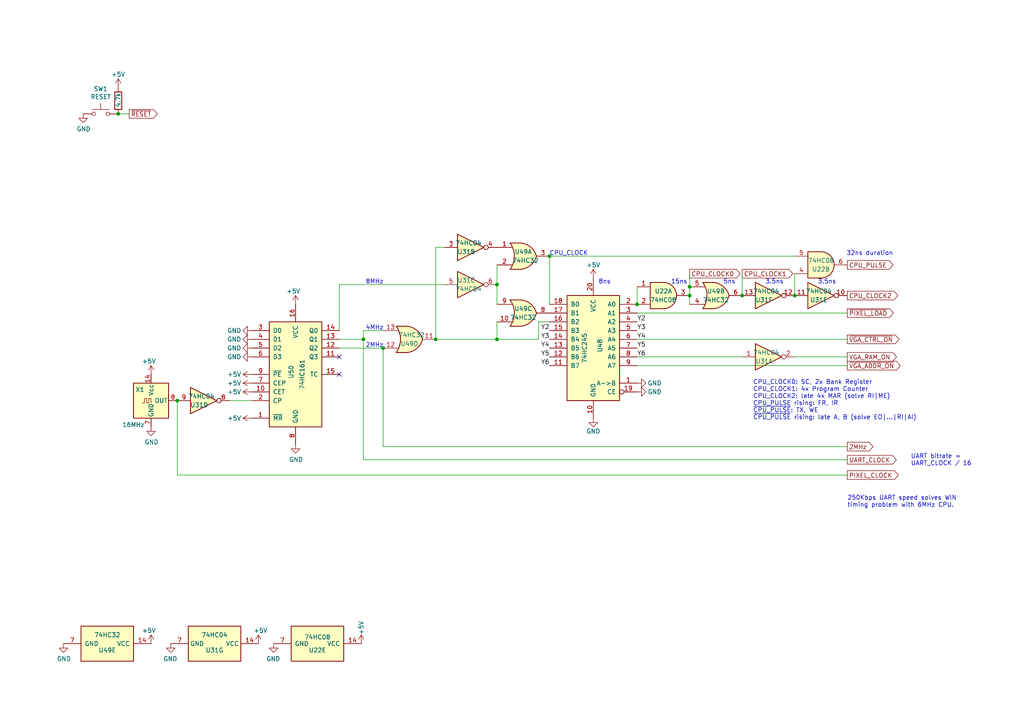
<source format=kicad_sch>
(kicad_sch (version 20211123) (generator eeschema)

  (uuid 4e2cce9b-ce6a-4049-ac2c-5f74d8693f21)

  (paper "A4")

  (title_block
    (title "Global Signals")
    (date "2023-06-22")
    (rev "1.2")
    (comment 2 "creativecommons.org/licenses/by-nc-sa/4.0/")
    (comment 3 "This work is licensed under CC BY-NC-SA 4.0")
    (comment 4 "Author: Carsten Herting (slu4)")
  )

  (lib_symbols
    (symbol "8-Bit CPU 32k-cache:74HC04" (in_bom yes) (on_board yes)
      (property "Reference" "U" (id 0) (at 0 1.27 0)
        (effects (font (size 1.27 1.27)))
      )
      (property "Value" "74HC04" (id 1) (at 0 -1.27 0)
        (effects (font (size 1.27 1.27)))
      )
      (property "Footprint" "" (id 2) (at 0 0 0)
        (effects (font (size 1.27 1.27)) hide)
      )
      (property "Datasheet" "" (id 3) (at 0 0 0)
        (effects (font (size 1.27 1.27)) hide)
      )
      (property "ki_locked" "" (id 4) (at 0 0 0)
        (effects (font (size 1.27 1.27)))
      )
      (property "ki_fp_filters" "DIP*W7.62mm* SSOP?14* TSSOP?14*" (id 5) (at 0 0 0)
        (effects (font (size 1.27 1.27)) hide)
      )
      (symbol "74HC04_1_0"
        (polyline
          (pts
            (xy -3.81 3.81)
            (xy -3.81 -3.81)
            (xy 3.81 0)
            (xy -3.81 3.81)
          )
          (stroke (width 0.254) (type default) (color 0 0 0 0))
          (fill (type background))
        )
        (pin input line (at -7.62 0 0) (length 3.81)
          (name "~" (effects (font (size 1.27 1.27))))
          (number "1" (effects (font (size 1.27 1.27))))
        )
        (pin output inverted (at 7.62 0 180) (length 3.81)
          (name "~" (effects (font (size 1.27 1.27))))
          (number "2" (effects (font (size 1.27 1.27))))
        )
      )
      (symbol "74HC04_2_0"
        (polyline
          (pts
            (xy -3.81 3.81)
            (xy -3.81 -3.81)
            (xy 3.81 0)
            (xy -3.81 3.81)
          )
          (stroke (width 0.254) (type default) (color 0 0 0 0))
          (fill (type background))
        )
        (pin input line (at -7.62 0 0) (length 3.81)
          (name "~" (effects (font (size 1.27 1.27))))
          (number "3" (effects (font (size 1.27 1.27))))
        )
        (pin output inverted (at 7.62 0 180) (length 3.81)
          (name "~" (effects (font (size 1.27 1.27))))
          (number "4" (effects (font (size 1.27 1.27))))
        )
      )
      (symbol "74HC04_3_0"
        (polyline
          (pts
            (xy -3.81 3.81)
            (xy -3.81 -3.81)
            (xy 3.81 0)
            (xy -3.81 3.81)
          )
          (stroke (width 0.254) (type default) (color 0 0 0 0))
          (fill (type background))
        )
        (pin input line (at -7.62 0 0) (length 3.81)
          (name "~" (effects (font (size 1.27 1.27))))
          (number "5" (effects (font (size 1.27 1.27))))
        )
        (pin output inverted (at 7.62 0 180) (length 3.81)
          (name "~" (effects (font (size 1.27 1.27))))
          (number "6" (effects (font (size 1.27 1.27))))
        )
      )
      (symbol "74HC04_4_0"
        (polyline
          (pts
            (xy -3.81 3.81)
            (xy -3.81 -3.81)
            (xy 3.81 0)
            (xy -3.81 3.81)
          )
          (stroke (width 0.254) (type default) (color 0 0 0 0))
          (fill (type background))
        )
        (pin output inverted (at 7.62 0 180) (length 3.81)
          (name "~" (effects (font (size 1.27 1.27))))
          (number "8" (effects (font (size 1.27 1.27))))
        )
        (pin input line (at -7.62 0 0) (length 3.81)
          (name "~" (effects (font (size 1.27 1.27))))
          (number "9" (effects (font (size 1.27 1.27))))
        )
      )
      (symbol "74HC04_5_0"
        (polyline
          (pts
            (xy -3.81 3.81)
            (xy -3.81 -3.81)
            (xy 3.81 0)
            (xy -3.81 3.81)
          )
          (stroke (width 0.254) (type default) (color 0 0 0 0))
          (fill (type background))
        )
        (pin output inverted (at 7.62 0 180) (length 3.81)
          (name "~" (effects (font (size 1.27 1.27))))
          (number "10" (effects (font (size 1.27 1.27))))
        )
        (pin input line (at -7.62 0 0) (length 3.81)
          (name "~" (effects (font (size 1.27 1.27))))
          (number "11" (effects (font (size 1.27 1.27))))
        )
      )
      (symbol "74HC04_6_0"
        (polyline
          (pts
            (xy -3.81 3.81)
            (xy -3.81 -3.81)
            (xy 3.81 0)
            (xy -3.81 3.81)
          )
          (stroke (width 0.254) (type default) (color 0 0 0 0))
          (fill (type background))
        )
        (pin output inverted (at 7.62 0 180) (length 3.81)
          (name "~" (effects (font (size 1.27 1.27))))
          (number "12" (effects (font (size 1.27 1.27))))
        )
        (pin input line (at -7.62 0 0) (length 3.81)
          (name "~" (effects (font (size 1.27 1.27))))
          (number "13" (effects (font (size 1.27 1.27))))
        )
      )
      (symbol "74HC04_7_0"
        (pin power_in line (at 0 12.7 270) (length 5.08)
          (name "VCC" (effects (font (size 1.27 1.27))))
          (number "14" (effects (font (size 1.27 1.27))))
        )
        (pin power_in line (at 0 -12.7 90) (length 5.08)
          (name "GND" (effects (font (size 1.27 1.27))))
          (number "7" (effects (font (size 1.27 1.27))))
        )
      )
      (symbol "74HC04_7_1"
        (rectangle (start -5.08 7.62) (end 5.08 -7.62)
          (stroke (width 0.254) (type default) (color 0 0 0 0))
          (fill (type background))
        )
      )
    )
    (symbol "8-Bit CPU 32k-cache:Oscillator_ACO-xxxMHz" (pin_names (offset 0.254)) (in_bom yes) (on_board yes)
      (property "Reference" "X" (id 0) (at -5.08 6.35 0)
        (effects (font (size 1.27 1.27)) (justify left))
      )
      (property "Value" "Oscillator_ACO-xxxMHz" (id 1) (at 1.27 -6.35 0)
        (effects (font (size 1.27 1.27)) (justify left))
      )
      (property "Footprint" "Oscillator:Oscillator_DIP-14" (id 2) (at 11.43 -8.89 0)
        (effects (font (size 1.27 1.27)) hide)
      )
      (property "Datasheet" "" (id 3) (at -2.54 0 0)
        (effects (font (size 1.27 1.27)) hide)
      )
      (property "ki_fp_filters" "Oscillator*DIP*14*" (id 4) (at 0 0 0)
        (effects (font (size 1.27 1.27)) hide)
      )
      (symbol "Oscillator_ACO-xxxMHz_0_1"
        (rectangle (start -5.08 5.08) (end 5.08 -5.08)
          (stroke (width 0.254) (type default) (color 0 0 0 0))
          (fill (type background))
        )
        (polyline
          (pts
            (xy -2.54 -0.635)
            (xy -1.905 -0.635)
            (xy -1.905 0.635)
            (xy -1.27 0.635)
            (xy -1.27 -0.635)
            (xy -0.635 -0.635)
            (xy -0.635 0.635)
            (xy 0 0.635)
            (xy 0 -0.635)
          )
          (stroke (width 0) (type default) (color 0 0 0 0))
          (fill (type none))
        )
      )
      (symbol "Oscillator_ACO-xxxMHz_1_1"
        (pin no_connect line (at -7.62 0 0) (length 2.54) hide
          (name "NC" (effects (font (size 1.27 1.27))))
          (number "1" (effects (font (size 1.27 1.27))))
        )
        (pin power_in line (at 0 7.62 270) (length 2.54)
          (name "Vcc" (effects (font (size 1.27 1.27))))
          (number "14" (effects (font (size 1.27 1.27))))
        )
        (pin power_in line (at 0 -7.62 90) (length 2.54)
          (name "GND" (effects (font (size 1.27 1.27))))
          (number "7" (effects (font (size 1.27 1.27))))
        )
        (pin output line (at 7.62 0 180) (length 2.54)
          (name "OUT" (effects (font (size 1.27 1.27))))
          (number "8" (effects (font (size 1.27 1.27))))
        )
      )
    )
    (symbol "8-Bit CPU 32k:74HC08" (pin_names (offset 1.016)) (in_bom yes) (on_board yes)
      (property "Reference" "U" (id 0) (at 0 1.27 0)
        (effects (font (size 1.27 1.27)))
      )
      (property "Value" "74HC08" (id 1) (at 0 -1.27 0)
        (effects (font (size 1.27 1.27)))
      )
      (property "Footprint" "" (id 2) (at 0 0 0)
        (effects (font (size 1.27 1.27)) hide)
      )
      (property "Datasheet" "http://www.ti.com/lit/gpn/sn74LS08" (id 3) (at 0 0 0)
        (effects (font (size 1.27 1.27)) hide)
      )
      (property "ki_locked" "" (id 4) (at 0 0 0)
        (effects (font (size 1.27 1.27)))
      )
      (property "ki_keywords" "TTL and2" (id 5) (at 0 0 0)
        (effects (font (size 1.27 1.27)) hide)
      )
      (property "ki_description" "Quad And2" (id 6) (at 0 0 0)
        (effects (font (size 1.27 1.27)) hide)
      )
      (property "ki_fp_filters" "DIP*W7.62mm*" (id 7) (at 0 0 0)
        (effects (font (size 1.27 1.27)) hide)
      )
      (symbol "74HC08_1_1"
        (arc (start 0 -3.81) (mid 3.81 0) (end 0 3.81)
          (stroke (width 0.254) (type default) (color 0 0 0 0))
          (fill (type background))
        )
        (polyline
          (pts
            (xy 0 3.81)
            (xy -3.81 3.81)
            (xy -3.81 -3.81)
            (xy 0 -3.81)
          )
          (stroke (width 0.254) (type default) (color 0 0 0 0))
          (fill (type background))
        )
        (pin input line (at -7.62 2.54 0) (length 3.81)
          (name "~" (effects (font (size 1.27 1.27))))
          (number "1" (effects (font (size 1.27 1.27))))
        )
        (pin input line (at -7.62 -2.54 0) (length 3.81)
          (name "~" (effects (font (size 1.27 1.27))))
          (number "2" (effects (font (size 1.27 1.27))))
        )
        (pin output line (at 7.62 0 180) (length 3.81)
          (name "~" (effects (font (size 1.27 1.27))))
          (number "3" (effects (font (size 1.27 1.27))))
        )
      )
      (symbol "74HC08_1_2"
        (arc (start -3.81 -3.81) (mid -2.589 0) (end -3.81 3.81)
          (stroke (width 0.254) (type default) (color 0 0 0 0))
          (fill (type none))
        )
        (arc (start -0.6096 -3.81) (mid 2.1842 -2.5851) (end 3.81 0)
          (stroke (width 0.254) (type default) (color 0 0 0 0))
          (fill (type background))
        )
        (polyline
          (pts
            (xy -3.81 -3.81)
            (xy -0.635 -3.81)
          )
          (stroke (width 0.254) (type default) (color 0 0 0 0))
          (fill (type background))
        )
        (polyline
          (pts
            (xy -3.81 3.81)
            (xy -0.635 3.81)
          )
          (stroke (width 0.254) (type default) (color 0 0 0 0))
          (fill (type background))
        )
        (polyline
          (pts
            (xy -0.635 3.81)
            (xy -3.81 3.81)
            (xy -3.81 3.81)
            (xy -3.556 3.4036)
            (xy -3.0226 2.2606)
            (xy -2.6924 1.0414)
            (xy -2.6162 -0.254)
            (xy -2.7686 -1.4986)
            (xy -3.175 -2.7178)
            (xy -3.81 -3.81)
            (xy -3.81 -3.81)
            (xy -0.635 -3.81)
          )
          (stroke (width -25.4) (type default) (color 0 0 0 0))
          (fill (type background))
        )
        (arc (start 3.81 0) (mid 2.1915 2.5936) (end -0.6096 3.81)
          (stroke (width 0.254) (type default) (color 0 0 0 0))
          (fill (type background))
        )
        (pin input inverted (at -7.62 2.54 0) (length 4.318)
          (name "~" (effects (font (size 1.27 1.27))))
          (number "1" (effects (font (size 1.27 1.27))))
        )
        (pin input inverted (at -7.62 -2.54 0) (length 4.318)
          (name "~" (effects (font (size 1.27 1.27))))
          (number "2" (effects (font (size 1.27 1.27))))
        )
        (pin output inverted (at 7.62 0 180) (length 3.81)
          (name "~" (effects (font (size 1.27 1.27))))
          (number "3" (effects (font (size 1.27 1.27))))
        )
      )
      (symbol "74HC08_2_1"
        (arc (start 0 -3.81) (mid 3.81 0) (end 0 3.81)
          (stroke (width 0.254) (type default) (color 0 0 0 0))
          (fill (type background))
        )
        (polyline
          (pts
            (xy 0 3.81)
            (xy -3.81 3.81)
            (xy -3.81 -3.81)
            (xy 0 -3.81)
          )
          (stroke (width 0.254) (type default) (color 0 0 0 0))
          (fill (type background))
        )
        (pin input line (at -7.62 2.54 0) (length 3.81)
          (name "~" (effects (font (size 1.27 1.27))))
          (number "4" (effects (font (size 1.27 1.27))))
        )
        (pin input line (at -7.62 -2.54 0) (length 3.81)
          (name "~" (effects (font (size 1.27 1.27))))
          (number "5" (effects (font (size 1.27 1.27))))
        )
        (pin output line (at 7.62 0 180) (length 3.81)
          (name "~" (effects (font (size 1.27 1.27))))
          (number "6" (effects (font (size 1.27 1.27))))
        )
      )
      (symbol "74HC08_2_2"
        (arc (start -3.81 -3.81) (mid -2.589 0) (end -3.81 3.81)
          (stroke (width 0.254) (type default) (color 0 0 0 0))
          (fill (type none))
        )
        (arc (start -0.6096 -3.81) (mid 2.1842 -2.5851) (end 3.81 0)
          (stroke (width 0.254) (type default) (color 0 0 0 0))
          (fill (type background))
        )
        (polyline
          (pts
            (xy -3.81 -3.81)
            (xy -0.635 -3.81)
          )
          (stroke (width 0.254) (type default) (color 0 0 0 0))
          (fill (type background))
        )
        (polyline
          (pts
            (xy -3.81 3.81)
            (xy -0.635 3.81)
          )
          (stroke (width 0.254) (type default) (color 0 0 0 0))
          (fill (type background))
        )
        (polyline
          (pts
            (xy -0.635 3.81)
            (xy -3.81 3.81)
            (xy -3.81 3.81)
            (xy -3.556 3.4036)
            (xy -3.0226 2.2606)
            (xy -2.6924 1.0414)
            (xy -2.6162 -0.254)
            (xy -2.7686 -1.4986)
            (xy -3.175 -2.7178)
            (xy -3.81 -3.81)
            (xy -3.81 -3.81)
            (xy -0.635 -3.81)
          )
          (stroke (width -25.4) (type default) (color 0 0 0 0))
          (fill (type background))
        )
        (arc (start 3.81 0) (mid 2.1915 2.5936) (end -0.6096 3.81)
          (stroke (width 0.254) (type default) (color 0 0 0 0))
          (fill (type background))
        )
        (pin input inverted (at -7.62 2.54 0) (length 4.318)
          (name "~" (effects (font (size 1.27 1.27))))
          (number "4" (effects (font (size 1.27 1.27))))
        )
        (pin input inverted (at -7.62 -2.54 0) (length 4.318)
          (name "~" (effects (font (size 1.27 1.27))))
          (number "5" (effects (font (size 1.27 1.27))))
        )
        (pin output inverted (at 7.62 0 180) (length 3.81)
          (name "~" (effects (font (size 1.27 1.27))))
          (number "6" (effects (font (size 1.27 1.27))))
        )
      )
      (symbol "74HC08_3_1"
        (arc (start 0 -3.81) (mid 3.81 0) (end 0 3.81)
          (stroke (width 0.254) (type default) (color 0 0 0 0))
          (fill (type background))
        )
        (polyline
          (pts
            (xy 0 3.81)
            (xy -3.81 3.81)
            (xy -3.81 -3.81)
            (xy 0 -3.81)
          )
          (stroke (width 0.254) (type default) (color 0 0 0 0))
          (fill (type background))
        )
        (pin input line (at -7.62 -2.54 0) (length 3.81)
          (name "~" (effects (font (size 1.27 1.27))))
          (number "10" (effects (font (size 1.27 1.27))))
        )
        (pin output line (at 7.62 0 180) (length 3.81)
          (name "~" (effects (font (size 1.27 1.27))))
          (number "8" (effects (font (size 1.27 1.27))))
        )
        (pin input line (at -7.62 2.54 0) (length 3.81)
          (name "~" (effects (font (size 1.27 1.27))))
          (number "9" (effects (font (size 1.27 1.27))))
        )
      )
      (symbol "74HC08_3_2"
        (arc (start -3.81 -3.81) (mid -2.589 0) (end -3.81 3.81)
          (stroke (width 0.254) (type default) (color 0 0 0 0))
          (fill (type none))
        )
        (arc (start -0.6096 -3.81) (mid 2.1842 -2.5851) (end 3.81 0)
          (stroke (width 0.254) (type default) (color 0 0 0 0))
          (fill (type background))
        )
        (polyline
          (pts
            (xy -3.81 -3.81)
            (xy -0.635 -3.81)
          )
          (stroke (width 0.254) (type default) (color 0 0 0 0))
          (fill (type background))
        )
        (polyline
          (pts
            (xy -3.81 3.81)
            (xy -0.635 3.81)
          )
          (stroke (width 0.254) (type default) (color 0 0 0 0))
          (fill (type background))
        )
        (polyline
          (pts
            (xy -0.635 3.81)
            (xy -3.81 3.81)
            (xy -3.81 3.81)
            (xy -3.556 3.4036)
            (xy -3.0226 2.2606)
            (xy -2.6924 1.0414)
            (xy -2.6162 -0.254)
            (xy -2.7686 -1.4986)
            (xy -3.175 -2.7178)
            (xy -3.81 -3.81)
            (xy -3.81 -3.81)
            (xy -0.635 -3.81)
          )
          (stroke (width -25.4) (type default) (color 0 0 0 0))
          (fill (type background))
        )
        (arc (start 3.81 0) (mid 2.1915 2.5936) (end -0.6096 3.81)
          (stroke (width 0.254) (type default) (color 0 0 0 0))
          (fill (type background))
        )
        (pin input inverted (at -7.62 -2.54 0) (length 4.318)
          (name "~" (effects (font (size 1.27 1.27))))
          (number "10" (effects (font (size 1.27 1.27))))
        )
        (pin output inverted (at 7.62 0 180) (length 3.81)
          (name "~" (effects (font (size 1.27 1.27))))
          (number "8" (effects (font (size 1.27 1.27))))
        )
        (pin input inverted (at -7.62 2.54 0) (length 4.318)
          (name "~" (effects (font (size 1.27 1.27))))
          (number "9" (effects (font (size 1.27 1.27))))
        )
      )
      (symbol "74HC08_4_1"
        (arc (start 0 -3.81) (mid 3.81 0) (end 0 3.81)
          (stroke (width 0.254) (type default) (color 0 0 0 0))
          (fill (type background))
        )
        (polyline
          (pts
            (xy 0 3.81)
            (xy -3.81 3.81)
            (xy -3.81 -3.81)
            (xy 0 -3.81)
          )
          (stroke (width 0.254) (type default) (color 0 0 0 0))
          (fill (type background))
        )
        (pin output line (at 7.62 0 180) (length 3.81)
          (name "~" (effects (font (size 1.27 1.27))))
          (number "11" (effects (font (size 1.27 1.27))))
        )
        (pin input line (at -7.62 2.54 0) (length 3.81)
          (name "~" (effects (font (size 1.27 1.27))))
          (number "12" (effects (font (size 1.27 1.27))))
        )
        (pin input line (at -7.62 -2.54 0) (length 3.81)
          (name "~" (effects (font (size 1.27 1.27))))
          (number "13" (effects (font (size 1.27 1.27))))
        )
      )
      (symbol "74HC08_4_2"
        (arc (start -3.81 -3.81) (mid -2.589 0) (end -3.81 3.81)
          (stroke (width 0.254) (type default) (color 0 0 0 0))
          (fill (type none))
        )
        (arc (start -0.6096 -3.81) (mid 2.1842 -2.5851) (end 3.81 0)
          (stroke (width 0.254) (type default) (color 0 0 0 0))
          (fill (type background))
        )
        (polyline
          (pts
            (xy -3.81 -3.81)
            (xy -0.635 -3.81)
          )
          (stroke (width 0.254) (type default) (color 0 0 0 0))
          (fill (type background))
        )
        (polyline
          (pts
            (xy -3.81 3.81)
            (xy -0.635 3.81)
          )
          (stroke (width 0.254) (type default) (color 0 0 0 0))
          (fill (type background))
        )
        (polyline
          (pts
            (xy -0.635 3.81)
            (xy -3.81 3.81)
            (xy -3.81 3.81)
            (xy -3.556 3.4036)
            (xy -3.0226 2.2606)
            (xy -2.6924 1.0414)
            (xy -2.6162 -0.254)
            (xy -2.7686 -1.4986)
            (xy -3.175 -2.7178)
            (xy -3.81 -3.81)
            (xy -3.81 -3.81)
            (xy -0.635 -3.81)
          )
          (stroke (width -25.4) (type default) (color 0 0 0 0))
          (fill (type background))
        )
        (arc (start 3.81 0) (mid 2.1915 2.5936) (end -0.6096 3.81)
          (stroke (width 0.254) (type default) (color 0 0 0 0))
          (fill (type background))
        )
        (pin output inverted (at 7.62 0 180) (length 3.81)
          (name "~" (effects (font (size 1.27 1.27))))
          (number "11" (effects (font (size 1.27 1.27))))
        )
        (pin input inverted (at -7.62 2.54 0) (length 4.318)
          (name "~" (effects (font (size 1.27 1.27))))
          (number "12" (effects (font (size 1.27 1.27))))
        )
        (pin input inverted (at -7.62 -2.54 0) (length 4.318)
          (name "~" (effects (font (size 1.27 1.27))))
          (number "13" (effects (font (size 1.27 1.27))))
        )
      )
      (symbol "74HC08_5_0"
        (pin power_in line (at 0 12.7 270) (length 5.08)
          (name "VCC" (effects (font (size 1.27 1.27))))
          (number "14" (effects (font (size 1.27 1.27))))
        )
        (pin power_in line (at 0 -12.7 90) (length 5.08)
          (name "GND" (effects (font (size 1.27 1.27))))
          (number "7" (effects (font (size 1.27 1.27))))
        )
      )
      (symbol "74HC08_5_1"
        (rectangle (start -5.08 7.62) (end 5.08 -7.62)
          (stroke (width 0.254) (type default) (color 0 0 0 0))
          (fill (type background))
        )
      )
    )
    (symbol "8-Bit CPU 32k:74HC161" (pin_names (offset 1.016)) (in_bom yes) (on_board yes)
      (property "Reference" "U" (id 0) (at -7.62 16.51 0)
        (effects (font (size 1.27 1.27)))
      )
      (property "Value" "74HC161" (id 1) (at -7.62 -16.51 0)
        (effects (font (size 1.27 1.27)))
      )
      (property "Footprint" "" (id 2) (at 0 0 0)
        (effects (font (size 1.27 1.27)) hide)
      )
      (property "Datasheet" "http://www.ti.com/lit/gpn/sn74LS161" (id 3) (at 0 0 0)
        (effects (font (size 1.27 1.27)) hide)
      )
      (property "ki_locked" "" (id 4) (at 0 0 0)
        (effects (font (size 1.27 1.27)))
      )
      (property "ki_keywords" "TTL CNT CNT4" (id 5) (at 0 0 0)
        (effects (font (size 1.27 1.27)) hide)
      )
      (property "ki_description" "Synchronous 4-bit programmable binary Counter" (id 6) (at 0 0 0)
        (effects (font (size 1.27 1.27)) hide)
      )
      (property "ki_fp_filters" "DIP?16*" (id 7) (at 0 0 0)
        (effects (font (size 1.27 1.27)) hide)
      )
      (symbol "74HC161_1_0"
        (pin input line (at -12.7 -12.7 0) (length 5.08)
          (name "~{MR}" (effects (font (size 1.27 1.27))))
          (number "1" (effects (font (size 1.27 1.27))))
        )
        (pin input line (at -12.7 -5.08 0) (length 5.08)
          (name "CET" (effects (font (size 1.27 1.27))))
          (number "10" (effects (font (size 1.27 1.27))))
        )
        (pin output line (at 12.7 5.08 180) (length 5.08)
          (name "Q3" (effects (font (size 1.27 1.27))))
          (number "11" (effects (font (size 1.27 1.27))))
        )
        (pin output line (at 12.7 7.62 180) (length 5.08)
          (name "Q2" (effects (font (size 1.27 1.27))))
          (number "12" (effects (font (size 1.27 1.27))))
        )
        (pin output line (at 12.7 10.16 180) (length 5.08)
          (name "Q1" (effects (font (size 1.27 1.27))))
          (number "13" (effects (font (size 1.27 1.27))))
        )
        (pin output line (at 12.7 12.7 180) (length 5.08)
          (name "Q0" (effects (font (size 1.27 1.27))))
          (number "14" (effects (font (size 1.27 1.27))))
        )
        (pin output line (at 12.7 0 180) (length 5.08)
          (name "TC" (effects (font (size 1.27 1.27))))
          (number "15" (effects (font (size 1.27 1.27))))
        )
        (pin power_in line (at 0 20.32 270) (length 5.08)
          (name "VCC" (effects (font (size 1.27 1.27))))
          (number "16" (effects (font (size 1.27 1.27))))
        )
        (pin input line (at -12.7 -7.62 0) (length 5.08)
          (name "CP" (effects (font (size 1.27 1.27))))
          (number "2" (effects (font (size 1.27 1.27))))
        )
        (pin input line (at -12.7 12.7 0) (length 5.08)
          (name "D0" (effects (font (size 1.27 1.27))))
          (number "3" (effects (font (size 1.27 1.27))))
        )
        (pin input line (at -12.7 10.16 0) (length 5.08)
          (name "D1" (effects (font (size 1.27 1.27))))
          (number "4" (effects (font (size 1.27 1.27))))
        )
        (pin input line (at -12.7 7.62 0) (length 5.08)
          (name "D2" (effects (font (size 1.27 1.27))))
          (number "5" (effects (font (size 1.27 1.27))))
        )
        (pin input line (at -12.7 5.08 0) (length 5.08)
          (name "D3" (effects (font (size 1.27 1.27))))
          (number "6" (effects (font (size 1.27 1.27))))
        )
        (pin input line (at -12.7 -2.54 0) (length 5.08)
          (name "CEP" (effects (font (size 1.27 1.27))))
          (number "7" (effects (font (size 1.27 1.27))))
        )
        (pin power_in line (at 0 -20.32 90) (length 5.08)
          (name "GND" (effects (font (size 1.27 1.27))))
          (number "8" (effects (font (size 1.27 1.27))))
        )
        (pin input line (at -12.7 0 0) (length 5.08)
          (name "~{PE}" (effects (font (size 1.27 1.27))))
          (number "9" (effects (font (size 1.27 1.27))))
        )
      )
      (symbol "74HC161_1_1"
        (rectangle (start -7.62 15.24) (end 7.62 -15.24)
          (stroke (width 0.254) (type default) (color 0 0 0 0))
          (fill (type background))
        )
      )
    )
    (symbol "8-Bit CPU 32k:74HC245" (pin_names (offset 1.016)) (in_bom yes) (on_board yes)
      (property "Reference" "U" (id 0) (at 0 -6.35 90)
        (effects (font (size 1.27 1.27)))
      )
      (property "Value" "74HC245" (id 1) (at 0 2.54 90)
        (effects (font (size 1.27 1.27)))
      )
      (property "Footprint" "" (id 2) (at 0 0 0)
        (effects (font (size 1.27 1.27)) hide)
      )
      (property "Datasheet" "http://www.ti.com/lit/gpn/sn74HC245" (id 3) (at 0 0 0)
        (effects (font (size 1.27 1.27)) hide)
      )
      (property "ki_locked" "" (id 4) (at 0 0 0)
        (effects (font (size 1.27 1.27)))
      )
      (property "ki_keywords" "HCMOS BUS 3State" (id 5) (at 0 0 0)
        (effects (font (size 1.27 1.27)) hide)
      )
      (property "ki_description" "Octal BUS Transceivers, 3-State outputs" (id 6) (at 0 0 0)
        (effects (font (size 1.27 1.27)) hide)
      )
      (property "ki_fp_filters" "DIP?20*" (id 7) (at 0 0 0)
        (effects (font (size 1.27 1.27)) hide)
      )
      (symbol "74HC245_1_0"
        (pin input line (at -12.7 -10.16 0) (length 5.08)
          (name "A->B" (effects (font (size 1.27 1.27))))
          (number "1" (effects (font (size 1.27 1.27))))
        )
        (pin power_in line (at 0 -20.32 90) (length 5.08)
          (name "GND" (effects (font (size 1.27 1.27))))
          (number "10" (effects (font (size 1.27 1.27))))
        )
        (pin tri_state line (at 12.7 -5.08 180) (length 5.08)
          (name "B7" (effects (font (size 1.27 1.27))))
          (number "11" (effects (font (size 1.27 1.27))))
        )
        (pin tri_state line (at 12.7 -2.54 180) (length 5.08)
          (name "B6" (effects (font (size 1.27 1.27))))
          (number "12" (effects (font (size 1.27 1.27))))
        )
        (pin tri_state line (at 12.7 0 180) (length 5.08)
          (name "B5" (effects (font (size 1.27 1.27))))
          (number "13" (effects (font (size 1.27 1.27))))
        )
        (pin tri_state line (at 12.7 2.54 180) (length 5.08)
          (name "B4" (effects (font (size 1.27 1.27))))
          (number "14" (effects (font (size 1.27 1.27))))
        )
        (pin tri_state line (at 12.7 5.08 180) (length 5.08)
          (name "B3" (effects (font (size 1.27 1.27))))
          (number "15" (effects (font (size 1.27 1.27))))
        )
        (pin tri_state line (at 12.7 7.62 180) (length 5.08)
          (name "B2" (effects (font (size 1.27 1.27))))
          (number "16" (effects (font (size 1.27 1.27))))
        )
        (pin tri_state line (at 12.7 10.16 180) (length 5.08)
          (name "B1" (effects (font (size 1.27 1.27))))
          (number "17" (effects (font (size 1.27 1.27))))
        )
        (pin tri_state line (at 12.7 12.7 180) (length 5.08)
          (name "B0" (effects (font (size 1.27 1.27))))
          (number "18" (effects (font (size 1.27 1.27))))
        )
        (pin input inverted (at -12.7 -12.7 0) (length 5.08)
          (name "CE" (effects (font (size 1.27 1.27))))
          (number "19" (effects (font (size 1.27 1.27))))
        )
        (pin tri_state line (at -12.7 12.7 0) (length 5.08)
          (name "A0" (effects (font (size 1.27 1.27))))
          (number "2" (effects (font (size 1.27 1.27))))
        )
        (pin power_in line (at 0 20.32 270) (length 5.08)
          (name "VCC" (effects (font (size 1.27 1.27))))
          (number "20" (effects (font (size 1.27 1.27))))
        )
        (pin tri_state line (at -12.7 10.16 0) (length 5.08)
          (name "A1" (effects (font (size 1.27 1.27))))
          (number "3" (effects (font (size 1.27 1.27))))
        )
        (pin tri_state line (at -12.7 7.62 0) (length 5.08)
          (name "A2" (effects (font (size 1.27 1.27))))
          (number "4" (effects (font (size 1.27 1.27))))
        )
        (pin tri_state line (at -12.7 5.08 0) (length 5.08)
          (name "A3" (effects (font (size 1.27 1.27))))
          (number "5" (effects (font (size 1.27 1.27))))
        )
        (pin tri_state line (at -12.7 2.54 0) (length 5.08)
          (name "A4" (effects (font (size 1.27 1.27))))
          (number "6" (effects (font (size 1.27 1.27))))
        )
        (pin tri_state line (at -12.7 0 0) (length 5.08)
          (name "A5" (effects (font (size 1.27 1.27))))
          (number "7" (effects (font (size 1.27 1.27))))
        )
        (pin tri_state line (at -12.7 -2.54 0) (length 5.08)
          (name "A6" (effects (font (size 1.27 1.27))))
          (number "8" (effects (font (size 1.27 1.27))))
        )
        (pin tri_state line (at -12.7 -5.08 0) (length 5.08)
          (name "A7" (effects (font (size 1.27 1.27))))
          (number "9" (effects (font (size 1.27 1.27))))
        )
      )
      (symbol "74HC245_1_1"
        (rectangle (start -7.62 15.24) (end 7.62 -15.24)
          (stroke (width 0.254) (type default) (color 0 0 0 0))
          (fill (type background))
        )
      )
    )
    (symbol "8-Bit CPU 32k:74HC32" (pin_names (offset 1.016)) (in_bom yes) (on_board yes)
      (property "Reference" "U" (id 0) (at 0 1.27 0)
        (effects (font (size 1.27 1.27)))
      )
      (property "Value" "74HC32" (id 1) (at 0 -1.27 0)
        (effects (font (size 1.27 1.27)))
      )
      (property "Footprint" "" (id 2) (at 0 0 0)
        (effects (font (size 1.27 1.27)) hide)
      )
      (property "Datasheet" "http://www.ti.com/lit/gpn/sn74LS32" (id 3) (at 0 0 0)
        (effects (font (size 1.27 1.27)) hide)
      )
      (property "ki_locked" "" (id 4) (at 0 0 0)
        (effects (font (size 1.27 1.27)))
      )
      (property "ki_keywords" "TTL Or2" (id 5) (at 0 0 0)
        (effects (font (size 1.27 1.27)) hide)
      )
      (property "ki_description" "Quad 2-input OR" (id 6) (at 0 0 0)
        (effects (font (size 1.27 1.27)) hide)
      )
      (property "ki_fp_filters" "DIP?14*" (id 7) (at 0 0 0)
        (effects (font (size 1.27 1.27)) hide)
      )
      (symbol "74HC32_1_1"
        (arc (start -3.81 -3.81) (mid -2.589 0) (end -3.81 3.81)
          (stroke (width 0.254) (type default) (color 0 0 0 0))
          (fill (type none))
        )
        (arc (start -0.6096 -3.81) (mid 2.1842 -2.5851) (end 3.81 0)
          (stroke (width 0.254) (type default) (color 0 0 0 0))
          (fill (type background))
        )
        (polyline
          (pts
            (xy -3.81 -3.81)
            (xy -0.635 -3.81)
          )
          (stroke (width 0.254) (type default) (color 0 0 0 0))
          (fill (type background))
        )
        (polyline
          (pts
            (xy -3.81 3.81)
            (xy -0.635 3.81)
          )
          (stroke (width 0.254) (type default) (color 0 0 0 0))
          (fill (type background))
        )
        (polyline
          (pts
            (xy -0.635 3.81)
            (xy -3.81 3.81)
            (xy -3.81 3.81)
            (xy -3.556 3.4036)
            (xy -3.0226 2.2606)
            (xy -2.6924 1.0414)
            (xy -2.6162 -0.254)
            (xy -2.7686 -1.4986)
            (xy -3.175 -2.7178)
            (xy -3.81 -3.81)
            (xy -3.81 -3.81)
            (xy -0.635 -3.81)
          )
          (stroke (width -25.4) (type default) (color 0 0 0 0))
          (fill (type background))
        )
        (arc (start 3.81 0) (mid 2.1915 2.5936) (end -0.6096 3.81)
          (stroke (width 0.254) (type default) (color 0 0 0 0))
          (fill (type background))
        )
        (pin input line (at -7.62 2.54 0) (length 4.318)
          (name "~" (effects (font (size 1.27 1.27))))
          (number "1" (effects (font (size 1.27 1.27))))
        )
        (pin input line (at -7.62 -2.54 0) (length 4.318)
          (name "~" (effects (font (size 1.27 1.27))))
          (number "2" (effects (font (size 1.27 1.27))))
        )
        (pin output line (at 7.62 0 180) (length 3.81)
          (name "~" (effects (font (size 1.27 1.27))))
          (number "3" (effects (font (size 1.27 1.27))))
        )
      )
      (symbol "74HC32_1_2"
        (arc (start 0 -3.81) (mid 3.81 0) (end 0 3.81)
          (stroke (width 0.254) (type default) (color 0 0 0 0))
          (fill (type background))
        )
        (polyline
          (pts
            (xy 0 3.81)
            (xy -3.81 3.81)
            (xy -3.81 -3.81)
            (xy 0 -3.81)
          )
          (stroke (width 0.254) (type default) (color 0 0 0 0))
          (fill (type background))
        )
        (pin input inverted (at -7.62 2.54 0) (length 3.81)
          (name "~" (effects (font (size 1.27 1.27))))
          (number "1" (effects (font (size 1.27 1.27))))
        )
        (pin input inverted (at -7.62 -2.54 0) (length 3.81)
          (name "~" (effects (font (size 1.27 1.27))))
          (number "2" (effects (font (size 1.27 1.27))))
        )
        (pin output inverted (at 7.62 0 180) (length 3.81)
          (name "~" (effects (font (size 1.27 1.27))))
          (number "3" (effects (font (size 1.27 1.27))))
        )
      )
      (symbol "74HC32_2_1"
        (arc (start -3.81 -3.81) (mid -2.589 0) (end -3.81 3.81)
          (stroke (width 0.254) (type default) (color 0 0 0 0))
          (fill (type none))
        )
        (arc (start -0.6096 -3.81) (mid 2.1842 -2.5851) (end 3.81 0)
          (stroke (width 0.254) (type default) (color 0 0 0 0))
          (fill (type background))
        )
        (polyline
          (pts
            (xy -3.81 -3.81)
            (xy -0.635 -3.81)
          )
          (stroke (width 0.254) (type default) (color 0 0 0 0))
          (fill (type background))
        )
        (polyline
          (pts
            (xy -3.81 3.81)
            (xy -0.635 3.81)
          )
          (stroke (width 0.254) (type default) (color 0 0 0 0))
          (fill (type background))
        )
        (polyline
          (pts
            (xy -0.635 3.81)
            (xy -3.81 3.81)
            (xy -3.81 3.81)
            (xy -3.556 3.4036)
            (xy -3.0226 2.2606)
            (xy -2.6924 1.0414)
            (xy -2.6162 -0.254)
            (xy -2.7686 -1.4986)
            (xy -3.175 -2.7178)
            (xy -3.81 -3.81)
            (xy -3.81 -3.81)
            (xy -0.635 -3.81)
          )
          (stroke (width -25.4) (type default) (color 0 0 0 0))
          (fill (type background))
        )
        (arc (start 3.81 0) (mid 2.1915 2.5936) (end -0.6096 3.81)
          (stroke (width 0.254) (type default) (color 0 0 0 0))
          (fill (type background))
        )
        (pin input line (at -7.62 2.54 0) (length 4.318)
          (name "~" (effects (font (size 1.27 1.27))))
          (number "4" (effects (font (size 1.27 1.27))))
        )
        (pin input line (at -7.62 -2.54 0) (length 4.318)
          (name "~" (effects (font (size 1.27 1.27))))
          (number "5" (effects (font (size 1.27 1.27))))
        )
        (pin output line (at 7.62 0 180) (length 3.81)
          (name "~" (effects (font (size 1.27 1.27))))
          (number "6" (effects (font (size 1.27 1.27))))
        )
      )
      (symbol "74HC32_2_2"
        (arc (start 0 -3.81) (mid 3.81 0) (end 0 3.81)
          (stroke (width 0.254) (type default) (color 0 0 0 0))
          (fill (type background))
        )
        (polyline
          (pts
            (xy 0 3.81)
            (xy -3.81 3.81)
            (xy -3.81 -3.81)
            (xy 0 -3.81)
          )
          (stroke (width 0.254) (type default) (color 0 0 0 0))
          (fill (type background))
        )
        (pin input inverted (at -7.62 2.54 0) (length 3.81)
          (name "~" (effects (font (size 1.27 1.27))))
          (number "4" (effects (font (size 1.27 1.27))))
        )
        (pin input inverted (at -7.62 -2.54 0) (length 3.81)
          (name "~" (effects (font (size 1.27 1.27))))
          (number "5" (effects (font (size 1.27 1.27))))
        )
        (pin output inverted (at 7.62 0 180) (length 3.81)
          (name "~" (effects (font (size 1.27 1.27))))
          (number "6" (effects (font (size 1.27 1.27))))
        )
      )
      (symbol "74HC32_3_1"
        (arc (start -3.81 -3.81) (mid -2.589 0) (end -3.81 3.81)
          (stroke (width 0.254) (type default) (color 0 0 0 0))
          (fill (type none))
        )
        (arc (start -0.6096 -3.81) (mid 2.1842 -2.5851) (end 3.81 0)
          (stroke (width 0.254) (type default) (color 0 0 0 0))
          (fill (type background))
        )
        (polyline
          (pts
            (xy -3.81 -3.81)
            (xy -0.635 -3.81)
          )
          (stroke (width 0.254) (type default) (color 0 0 0 0))
          (fill (type background))
        )
        (polyline
          (pts
            (xy -3.81 3.81)
            (xy -0.635 3.81)
          )
          (stroke (width 0.254) (type default) (color 0 0 0 0))
          (fill (type background))
        )
        (polyline
          (pts
            (xy -0.635 3.81)
            (xy -3.81 3.81)
            (xy -3.81 3.81)
            (xy -3.556 3.4036)
            (xy -3.0226 2.2606)
            (xy -2.6924 1.0414)
            (xy -2.6162 -0.254)
            (xy -2.7686 -1.4986)
            (xy -3.175 -2.7178)
            (xy -3.81 -3.81)
            (xy -3.81 -3.81)
            (xy -0.635 -3.81)
          )
          (stroke (width -25.4) (type default) (color 0 0 0 0))
          (fill (type background))
        )
        (arc (start 3.81 0) (mid 2.1915 2.5936) (end -0.6096 3.81)
          (stroke (width 0.254) (type default) (color 0 0 0 0))
          (fill (type background))
        )
        (pin input line (at -7.62 -2.54 0) (length 4.318)
          (name "~" (effects (font (size 1.27 1.27))))
          (number "10" (effects (font (size 1.27 1.27))))
        )
        (pin output line (at 7.62 0 180) (length 3.81)
          (name "~" (effects (font (size 1.27 1.27))))
          (number "8" (effects (font (size 1.27 1.27))))
        )
        (pin input line (at -7.62 2.54 0) (length 4.318)
          (name "~" (effects (font (size 1.27 1.27))))
          (number "9" (effects (font (size 1.27 1.27))))
        )
      )
      (symbol "74HC32_3_2"
        (arc (start 0 -3.81) (mid 3.81 0) (end 0 3.81)
          (stroke (width 0.254) (type default) (color 0 0 0 0))
          (fill (type background))
        )
        (polyline
          (pts
            (xy 0 3.81)
            (xy -3.81 3.81)
            (xy -3.81 -3.81)
            (xy 0 -3.81)
          )
          (stroke (width 0.254) (type default) (color 0 0 0 0))
          (fill (type background))
        )
        (pin input inverted (at -7.62 -2.54 0) (length 3.81)
          (name "~" (effects (font (size 1.27 1.27))))
          (number "10" (effects (font (size 1.27 1.27))))
        )
        (pin output inverted (at 7.62 0 180) (length 3.81)
          (name "~" (effects (font (size 1.27 1.27))))
          (number "8" (effects (font (size 1.27 1.27))))
        )
        (pin input inverted (at -7.62 2.54 0) (length 3.81)
          (name "~" (effects (font (size 1.27 1.27))))
          (number "9" (effects (font (size 1.27 1.27))))
        )
      )
      (symbol "74HC32_4_1"
        (arc (start -3.81 -3.81) (mid -2.589 0) (end -3.81 3.81)
          (stroke (width 0.254) (type default) (color 0 0 0 0))
          (fill (type none))
        )
        (arc (start -0.6096 -3.81) (mid 2.1842 -2.5851) (end 3.81 0)
          (stroke (width 0.254) (type default) (color 0 0 0 0))
          (fill (type background))
        )
        (polyline
          (pts
            (xy -3.81 -3.81)
            (xy -0.635 -3.81)
          )
          (stroke (width 0.254) (type default) (color 0 0 0 0))
          (fill (type background))
        )
        (polyline
          (pts
            (xy -3.81 3.81)
            (xy -0.635 3.81)
          )
          (stroke (width 0.254) (type default) (color 0 0 0 0))
          (fill (type background))
        )
        (polyline
          (pts
            (xy -0.635 3.81)
            (xy -3.81 3.81)
            (xy -3.81 3.81)
            (xy -3.556 3.4036)
            (xy -3.0226 2.2606)
            (xy -2.6924 1.0414)
            (xy -2.6162 -0.254)
            (xy -2.7686 -1.4986)
            (xy -3.175 -2.7178)
            (xy -3.81 -3.81)
            (xy -3.81 -3.81)
            (xy -0.635 -3.81)
          )
          (stroke (width -25.4) (type default) (color 0 0 0 0))
          (fill (type background))
        )
        (arc (start 3.81 0) (mid 2.1915 2.5936) (end -0.6096 3.81)
          (stroke (width 0.254) (type default) (color 0 0 0 0))
          (fill (type background))
        )
        (pin output line (at 7.62 0 180) (length 3.81)
          (name "~" (effects (font (size 1.27 1.27))))
          (number "11" (effects (font (size 1.27 1.27))))
        )
        (pin input line (at -7.62 2.54 0) (length 4.318)
          (name "~" (effects (font (size 1.27 1.27))))
          (number "12" (effects (font (size 1.27 1.27))))
        )
        (pin input line (at -7.62 -2.54 0) (length 4.318)
          (name "~" (effects (font (size 1.27 1.27))))
          (number "13" (effects (font (size 1.27 1.27))))
        )
      )
      (symbol "74HC32_4_2"
        (arc (start 0 -3.81) (mid 3.81 0) (end 0 3.81)
          (stroke (width 0.254) (type default) (color 0 0 0 0))
          (fill (type background))
        )
        (polyline
          (pts
            (xy 0 3.81)
            (xy -3.81 3.81)
            (xy -3.81 -3.81)
            (xy 0 -3.81)
          )
          (stroke (width 0.254) (type default) (color 0 0 0 0))
          (fill (type background))
        )
        (pin output inverted (at 7.62 0 180) (length 3.81)
          (name "~" (effects (font (size 1.27 1.27))))
          (number "11" (effects (font (size 1.27 1.27))))
        )
        (pin input inverted (at -7.62 2.54 0) (length 3.81)
          (name "~" (effects (font (size 1.27 1.27))))
          (number "12" (effects (font (size 1.27 1.27))))
        )
        (pin input inverted (at -7.62 -2.54 0) (length 3.81)
          (name "~" (effects (font (size 1.27 1.27))))
          (number "13" (effects (font (size 1.27 1.27))))
        )
      )
      (symbol "74HC32_5_0"
        (pin power_in line (at 0 12.7 270) (length 5.08)
          (name "VCC" (effects (font (size 1.27 1.27))))
          (number "14" (effects (font (size 1.27 1.27))))
        )
        (pin power_in line (at 0 -12.7 90) (length 5.08)
          (name "GND" (effects (font (size 1.27 1.27))))
          (number "7" (effects (font (size 1.27 1.27))))
        )
      )
      (symbol "74HC32_5_1"
        (rectangle (start -5.08 7.62) (end 5.08 -7.62)
          (stroke (width 0.254) (type default) (color 0 0 0 0))
          (fill (type background))
        )
      )
    )
    (symbol "Device:R" (pin_numbers hide) (pin_names (offset 0)) (in_bom yes) (on_board yes)
      (property "Reference" "R" (id 0) (at 2.032 0 90)
        (effects (font (size 1.27 1.27)))
      )
      (property "Value" "R" (id 1) (at 0 0 90)
        (effects (font (size 1.27 1.27)))
      )
      (property "Footprint" "" (id 2) (at -1.778 0 90)
        (effects (font (size 1.27 1.27)) hide)
      )
      (property "Datasheet" "~" (id 3) (at 0 0 0)
        (effects (font (size 1.27 1.27)) hide)
      )
      (property "ki_keywords" "R res resistor" (id 4) (at 0 0 0)
        (effects (font (size 1.27 1.27)) hide)
      )
      (property "ki_description" "Resistor" (id 5) (at 0 0 0)
        (effects (font (size 1.27 1.27)) hide)
      )
      (property "ki_fp_filters" "R_*" (id 6) (at 0 0 0)
        (effects (font (size 1.27 1.27)) hide)
      )
      (symbol "R_0_1"
        (rectangle (start -1.016 -2.54) (end 1.016 2.54)
          (stroke (width 0.254) (type default) (color 0 0 0 0))
          (fill (type none))
        )
      )
      (symbol "R_1_1"
        (pin passive line (at 0 3.81 270) (length 1.27)
          (name "~" (effects (font (size 1.27 1.27))))
          (number "1" (effects (font (size 1.27 1.27))))
        )
        (pin passive line (at 0 -3.81 90) (length 1.27)
          (name "~" (effects (font (size 1.27 1.27))))
          (number "2" (effects (font (size 1.27 1.27))))
        )
      )
    )
    (symbol "Switch:SW_Push" (pin_numbers hide) (pin_names (offset 1.016) hide) (in_bom yes) (on_board yes)
      (property "Reference" "SW" (id 0) (at 1.27 2.54 0)
        (effects (font (size 1.27 1.27)) (justify left))
      )
      (property "Value" "SW_Push" (id 1) (at 0 -1.524 0)
        (effects (font (size 1.27 1.27)))
      )
      (property "Footprint" "" (id 2) (at 0 5.08 0)
        (effects (font (size 1.27 1.27)) hide)
      )
      (property "Datasheet" "~" (id 3) (at 0 5.08 0)
        (effects (font (size 1.27 1.27)) hide)
      )
      (property "ki_keywords" "switch normally-open pushbutton push-button" (id 4) (at 0 0 0)
        (effects (font (size 1.27 1.27)) hide)
      )
      (property "ki_description" "Push button switch, generic, two pins" (id 5) (at 0 0 0)
        (effects (font (size 1.27 1.27)) hide)
      )
      (symbol "SW_Push_0_1"
        (circle (center -2.032 0) (radius 0.508)
          (stroke (width 0) (type default) (color 0 0 0 0))
          (fill (type none))
        )
        (polyline
          (pts
            (xy 0 1.27)
            (xy 0 3.048)
          )
          (stroke (width 0) (type default) (color 0 0 0 0))
          (fill (type none))
        )
        (polyline
          (pts
            (xy 2.54 1.27)
            (xy -2.54 1.27)
          )
          (stroke (width 0) (type default) (color 0 0 0 0))
          (fill (type none))
        )
        (circle (center 2.032 0) (radius 0.508)
          (stroke (width 0) (type default) (color 0 0 0 0))
          (fill (type none))
        )
        (pin passive line (at -5.08 0 0) (length 2.54)
          (name "1" (effects (font (size 1.27 1.27))))
          (number "1" (effects (font (size 1.27 1.27))))
        )
        (pin passive line (at 5.08 0 180) (length 2.54)
          (name "2" (effects (font (size 1.27 1.27))))
          (number "2" (effects (font (size 1.27 1.27))))
        )
      )
    )
    (symbol "power:+5V" (power) (pin_names (offset 0)) (in_bom yes) (on_board yes)
      (property "Reference" "#PWR" (id 0) (at 0 -3.81 0)
        (effects (font (size 1.27 1.27)) hide)
      )
      (property "Value" "+5V" (id 1) (at 0 3.556 0)
        (effects (font (size 1.27 1.27)))
      )
      (property "Footprint" "" (id 2) (at 0 0 0)
        (effects (font (size 1.27 1.27)) hide)
      )
      (property "Datasheet" "" (id 3) (at 0 0 0)
        (effects (font (size 1.27 1.27)) hide)
      )
      (property "ki_keywords" "power-flag" (id 4) (at 0 0 0)
        (effects (font (size 1.27 1.27)) hide)
      )
      (property "ki_description" "Power symbol creates a global label with name \"+5V\"" (id 5) (at 0 0 0)
        (effects (font (size 1.27 1.27)) hide)
      )
      (symbol "+5V_0_1"
        (polyline
          (pts
            (xy -0.762 1.27)
            (xy 0 2.54)
          )
          (stroke (width 0) (type default) (color 0 0 0 0))
          (fill (type none))
        )
        (polyline
          (pts
            (xy 0 0)
            (xy 0 2.54)
          )
          (stroke (width 0) (type default) (color 0 0 0 0))
          (fill (type none))
        )
        (polyline
          (pts
            (xy 0 2.54)
            (xy 0.762 1.27)
          )
          (stroke (width 0) (type default) (color 0 0 0 0))
          (fill (type none))
        )
      )
      (symbol "+5V_1_1"
        (pin power_in line (at 0 0 90) (length 0) hide
          (name "+5V" (effects (font (size 1.27 1.27))))
          (number "1" (effects (font (size 1.27 1.27))))
        )
      )
    )
    (symbol "power:GND" (power) (pin_names (offset 0)) (in_bom yes) (on_board yes)
      (property "Reference" "#PWR" (id 0) (at 0 -6.35 0)
        (effects (font (size 1.27 1.27)) hide)
      )
      (property "Value" "GND" (id 1) (at 0 -3.81 0)
        (effects (font (size 1.27 1.27)))
      )
      (property "Footprint" "" (id 2) (at 0 0 0)
        (effects (font (size 1.27 1.27)) hide)
      )
      (property "Datasheet" "" (id 3) (at 0 0 0)
        (effects (font (size 1.27 1.27)) hide)
      )
      (property "ki_keywords" "power-flag" (id 4) (at 0 0 0)
        (effects (font (size 1.27 1.27)) hide)
      )
      (property "ki_description" "Power symbol creates a global label with name \"GND\" , ground" (id 5) (at 0 0 0)
        (effects (font (size 1.27 1.27)) hide)
      )
      (symbol "GND_0_1"
        (polyline
          (pts
            (xy 0 0)
            (xy 0 -1.27)
            (xy 1.27 -1.27)
            (xy 0 -2.54)
            (xy -1.27 -1.27)
            (xy 0 -1.27)
          )
          (stroke (width 0) (type default) (color 0 0 0 0))
          (fill (type none))
        )
      )
      (symbol "GND_1_1"
        (pin power_in line (at 0 0 270) (length 0) hide
          (name "GND" (effects (font (size 1.27 1.27))))
          (number "1" (effects (font (size 1.27 1.27))))
        )
      )
    )
  )

  (junction (at 34.29 33.02) (diameter 0) (color 0 0 0 0)
    (uuid 0e132188-7d07-4d7f-890f-515ec5f8f75a)
  )
  (junction (at 105.41 98.425) (diameter 0) (color 0 0 0 0)
    (uuid 52b9abcf-5428-4a89-9eb6-56198782c74c)
  )
  (junction (at 230.505 85.725) (diameter 0) (color 0 0 0 0)
    (uuid 825cf365-866f-4183-abdd-1ffde034d457)
  )
  (junction (at 200.025 85.725) (diameter 0) (color 0 0 0 0)
    (uuid 9080edb0-0d79-4194-b0a9-72a626a0f684)
  )
  (junction (at 51.435 116.205) (diameter 0) (color 0 0 0 0)
    (uuid 98382497-48f5-4388-b064-fa4dc4f0936c)
  )
  (junction (at 159.385 74.295) (diameter 0) (color 0 0 0 0)
    (uuid a328c94e-ded7-48f7-a24f-11af5655105e)
  )
  (junction (at 144.145 82.55) (diameter 0) (color 0 0 0 0)
    (uuid a8cddbe0-dfe3-414f-8a02-9b34c78fd8f8)
  )
  (junction (at 144.145 98.425) (diameter 0) (color 0 0 0 0)
    (uuid b2c39e14-b6ed-4c5b-84e1-3c6c8c4bbc63)
  )
  (junction (at 126.365 98.425) (diameter 0) (color 0 0 0 0)
    (uuid baa262dc-89fe-438c-8614-b6608b6c9eb1)
  )
  (junction (at 111.125 100.965) (diameter 0) (color 0 0 0 0)
    (uuid c87bd38c-d30c-44e3-ae08-20691cf42ec7)
  )
  (junction (at 200.025 83.185) (diameter 0) (color 0 0 0 0)
    (uuid d2babaad-bb20-4561-b0bc-36ec8340202e)
  )
  (junction (at 215.265 85.725) (diameter 0) (color 0 0 0 0)
    (uuid d4037bfb-2163-4f09-b3e8-57046cc2c4e4)
  )
  (junction (at 184.785 88.265) (diameter 0) (color 0 0 0 0)
    (uuid e3865413-d084-4372-ae68-b5c03b1a070b)
  )

  (no_connect (at 98.425 108.585) (uuid 2a6d9bcb-b939-40f1-b092-25a776aee4b4))
  (no_connect (at 98.425 103.505) (uuid 2a6d9bcb-b939-40f1-b092-25a776aee4b5))

  (wire (pts (xy 51.435 137.795) (xy 51.435 116.205))
    (stroke (width 0) (type default) (color 0 0 0 0))
    (uuid 06086d04-e242-4f8f-b2d6-865553f077ce)
  )
  (wire (pts (xy 105.41 98.425) (xy 105.41 95.885))
    (stroke (width 0) (type default) (color 0 0 0 0))
    (uuid 181c2883-bae0-40cf-8e08-08aa66ccb3b4)
  )
  (wire (pts (xy 144.145 82.55) (xy 144.145 76.835))
    (stroke (width 0) (type default) (color 0 0 0 0))
    (uuid 1a831908-8220-4e3b-9a48-0d693ab9e8ef)
  )
  (wire (pts (xy 98.425 82.55) (xy 98.425 95.885))
    (stroke (width 0) (type default) (color 0 0 0 0))
    (uuid 239150a7-d706-45ce-b87b-e953e5068fbd)
  )
  (wire (pts (xy 184.785 88.265) (xy 184.785 83.185))
    (stroke (width 0) (type default) (color 0 0 0 0))
    (uuid 30ac7520-3f5d-4502-8a55-b4bbcad53d82)
  )
  (wire (pts (xy 200.025 83.185) (xy 200.025 85.725))
    (stroke (width 0) (type default) (color 0 0 0 0))
    (uuid 35f4b66e-6520-44e3-8ae8-cfba24aa2157)
  )
  (wire (pts (xy 200.025 83.185) (xy 200.025 79.375))
    (stroke (width 0) (type default) (color 0 0 0 0))
    (uuid 44192a2a-8530-4b15-9fb8-b863844c17a7)
  )
  (wire (pts (xy 184.785 103.505) (xy 215.265 103.505))
    (stroke (width 0) (type default) (color 0 0 0 0))
    (uuid 47e25cd6-da1e-4fed-98c1-30d6b3a10148)
  )
  (wire (pts (xy 159.385 74.295) (xy 159.385 88.265))
    (stroke (width 0) (type default) (color 0 0 0 0))
    (uuid 4c3b94b5-415e-4bfe-af4c-974a9d67e904)
  )
  (wire (pts (xy 245.745 106.045) (xy 184.785 106.045))
    (stroke (width 0) (type default) (color 0 0 0 0))
    (uuid 4f12d4d8-e5aa-4dce-9640-9db2be9c3e3f)
  )
  (wire (pts (xy 105.41 95.885) (xy 111.125 95.885))
    (stroke (width 0) (type default) (color 0 0 0 0))
    (uuid 537cf785-9c48-44d8-a29c-35e191242d32)
  )
  (wire (pts (xy 245.745 98.425) (xy 184.785 98.425))
    (stroke (width 0) (type default) (color 0 0 0 0))
    (uuid 53dd5c02-82f9-4fdb-bb65-eb67ea3e1e82)
  )
  (wire (pts (xy 245.745 137.795) (xy 51.435 137.795))
    (stroke (width 0) (type default) (color 0 0 0 0))
    (uuid 6022686e-359d-456c-9c5b-72d8159168ab)
  )
  (wire (pts (xy 230.505 103.505) (xy 245.745 103.505))
    (stroke (width 0) (type default) (color 0 0 0 0))
    (uuid 6204079d-6770-4094-94a3-857832680f9a)
  )
  (wire (pts (xy 245.745 90.805) (xy 184.785 90.805))
    (stroke (width 0) (type default) (color 0 0 0 0))
    (uuid 64cb39d2-757f-459f-9154-94ef3d81dc91)
  )
  (wire (pts (xy 159.385 93.345) (xy 156.21 93.345))
    (stroke (width 0) (type default) (color 0 0 0 0))
    (uuid 6e70abe0-2037-4da7-bba4-32ccb540684f)
  )
  (wire (pts (xy 126.365 71.755) (xy 128.905 71.755))
    (stroke (width 0) (type default) (color 0 0 0 0))
    (uuid 7daf6692-b31c-4c01-ba56-935039d99e67)
  )
  (wire (pts (xy 144.145 93.345) (xy 144.145 98.425))
    (stroke (width 0) (type default) (color 0 0 0 0))
    (uuid 80e8b48c-da73-49d6-9384-84c3a48ff8ea)
  )
  (wire (pts (xy 98.425 100.965) (xy 111.125 100.965))
    (stroke (width 0) (type default) (color 0 0 0 0))
    (uuid 8e7d850c-3254-433d-ba53-634a9ad3af56)
  )
  (wire (pts (xy 144.145 88.265) (xy 144.145 82.55))
    (stroke (width 0) (type default) (color 0 0 0 0))
    (uuid 909b60c8-c34d-4e91-8744-f6e658507ab6)
  )
  (wire (pts (xy 215.265 85.725) (xy 215.265 79.375))
    (stroke (width 0) (type default) (color 0 0 0 0))
    (uuid 91816f19-d098-45ae-b0dc-7ca4a3c22c69)
  )
  (wire (pts (xy 126.365 71.755) (xy 126.365 98.425))
    (stroke (width 0) (type default) (color 0 0 0 0))
    (uuid 9b88730b-e0f6-47fb-9fbd-6ed84d5ef7de)
  )
  (wire (pts (xy 200.025 85.725) (xy 200.025 88.265))
    (stroke (width 0) (type default) (color 0 0 0 0))
    (uuid a4d0d268-3449-4dbc-99fb-69497426c8d0)
  )
  (wire (pts (xy 111.125 100.965) (xy 111.125 129.54))
    (stroke (width 0) (type default) (color 0 0 0 0))
    (uuid a668abe7-8640-409c-9d99-1b72448382ce)
  )
  (wire (pts (xy 144.145 98.425) (xy 126.365 98.425))
    (stroke (width 0) (type default) (color 0 0 0 0))
    (uuid b301dae8-9b28-45a3-a5dc-198363bcd740)
  )
  (wire (pts (xy 66.675 116.205) (xy 73.025 116.205))
    (stroke (width 0) (type default) (color 0 0 0 0))
    (uuid c21c8ca4-2cc9-409e-88f9-c90421ec99ec)
  )
  (wire (pts (xy 230.505 74.295) (xy 159.385 74.295))
    (stroke (width 0) (type default) (color 0 0 0 0))
    (uuid c770c917-29f8-479d-840f-1fbbb17af1cc)
  )
  (wire (pts (xy 156.21 98.425) (xy 144.145 98.425))
    (stroke (width 0) (type default) (color 0 0 0 0))
    (uuid c8203e48-603b-491f-b78a-328a15a9b20c)
  )
  (wire (pts (xy 98.425 98.425) (xy 105.41 98.425))
    (stroke (width 0) (type default) (color 0 0 0 0))
    (uuid cc254092-0b1e-4c29-ace0-4d8a5c51a486)
  )
  (wire (pts (xy 105.41 98.425) (xy 105.41 133.35))
    (stroke (width 0) (type default) (color 0 0 0 0))
    (uuid cd1496e5-bd3d-4a80-886c-990ef4597386)
  )
  (wire (pts (xy 230.505 85.725) (xy 230.505 79.375))
    (stroke (width 0) (type default) (color 0 0 0 0))
    (uuid d6747929-a9c1-43c6-b078-08e0e42e5aad)
  )
  (wire (pts (xy 105.41 133.35) (xy 245.745 133.35))
    (stroke (width 0) (type default) (color 0 0 0 0))
    (uuid d8ed38b6-c5fa-4c57-8b52-88621ed60216)
  )
  (wire (pts (xy 98.425 82.55) (xy 128.905 82.55))
    (stroke (width 0) (type default) (color 0 0 0 0))
    (uuid dc4f5e77-867c-4694-a2ed-329e6f000029)
  )
  (wire (pts (xy 37.465 33.02) (xy 34.29 33.02))
    (stroke (width 0) (type default) (color 0 0 0 0))
    (uuid e3e1bf0f-2681-431a-9276-f362fb1b10a0)
  )
  (wire (pts (xy 156.21 93.345) (xy 156.21 98.425))
    (stroke (width 0) (type default) (color 0 0 0 0))
    (uuid ef3a00b8-6381-44ef-9f8e-ee0e570ef591)
  )
  (wire (pts (xy 111.125 129.54) (xy 245.745 129.54))
    (stroke (width 0) (type default) (color 0 0 0 0))
    (uuid f0ff4563-fa95-46fe-957a-1cdb4c043634)
  )

  (text "CPU_CLOCK0: SC, 2x Bank Register\nCPU_CLOCK1: 4x Program Counter\nCPU_CLOCK2: late 4x MAR (solve RI|ME)\nCPU_PULSE rising: FR, IR\n~{CPU_PULSE}: TX, WE\n~{CPU_PULSE} rising: late A, B (solve EO|...|RI|AI)"
    (at 218.44 121.92 0)
    (effects (font (size 1.27 1.27)) (justify left bottom))
    (uuid 25a63e9f-dfea-47eb-ac5e-e3dc7a3ef663)
  )
  (text "CPU_CLOCK" (at 159.385 74.295 0)
    (effects (font (size 1.27 1.27)) (justify left bottom))
    (uuid 56ca07c3-c2ab-4ea6-b9ed-1dcbb9203163)
  )
  (text "4MHz" (at 106.045 95.885 0)
    (effects (font (size 1.27 1.27)) (justify left bottom))
    (uuid 7bd98a0b-4605-4156-b16c-33d1fbdb2a27)
  )
  (text "5ns" (at 213.36 82.55 180)
    (effects (font (size 1.27 1.27)) (justify right bottom))
    (uuid 825e18c3-50b6-4f81-9b0e-85c55be71c89)
  )
  (text "8MHz" (at 106.045 82.55 0)
    (effects (font (size 1.27 1.27)) (justify left bottom))
    (uuid 88018ab5-3fbc-458b-b74a-1df935b312c1)
  )
  (text "8ns" (at 177.165 82.55 180)
    (effects (font (size 1.27 1.27)) (justify right bottom))
    (uuid 8f0dc417-c4de-489a-9ae2-e94f5cea863e)
  )
  (text "3.5ns" (at 242.57 82.55 180)
    (effects (font (size 1.27 1.27)) (justify right bottom))
    (uuid c2450a54-ef85-40c5-9021-320ea3f99755)
  )
  (text "15ns" (at 199.39 82.55 180)
    (effects (font (size 1.27 1.27)) (justify right bottom))
    (uuid cdec626a-30d5-4ab0-bbd4-5bd4c340960a)
  )
  (text "UART bitrate =\nUART_CLOCK / 16" (at 264.16 135.255 0)
    (effects (font (size 1.27 1.27)) (justify left bottom))
    (uuid d24e1ad2-e417-437d-8ee3-bdf0917e7a07)
  )
  (text "32ns duration" (at 259.08 74.295 180)
    (effects (font (size 1.27 1.27)) (justify right bottom))
    (uuid d78cadc0-f17d-4f11-8afd-08734752d859)
  )
  (text "3.5ns" (at 227.33 82.55 180)
    (effects (font (size 1.27 1.27)) (justify right bottom))
    (uuid db33e527-a889-4c3c-a10a-17aca3e7666b)
  )
  (text "2MHz" (at 106.045 100.965 0)
    (effects (font (size 1.27 1.27)) (justify left bottom))
    (uuid e10470ab-8410-4c9d-b9c5-c89a1a7575c1)
  )
  (text "250Kbps UART speed solves WIN\ntiming problem with 6MHz CPU."
    (at 245.745 147.32 0)
    (effects (font (size 1.27 1.27)) (justify left bottom))
    (uuid f829ea95-794b-4caf-8324-efea2aec6498)
  )

  (label "Y6" (at 184.785 103.505 0)
    (effects (font (size 1.27 1.27)) (justify left bottom))
    (uuid 14490c5e-f4fa-445b-948d-8c7c100b98f2)
  )
  (label "Y5" (at 184.785 100.965 0)
    (effects (font (size 1.27 1.27)) (justify left bottom))
    (uuid 2e11577f-3734-412c-b7c7-95aa328ec210)
  )
  (label "Y3" (at 184.785 95.885 0)
    (effects (font (size 1.27 1.27)) (justify left bottom))
    (uuid 52d04251-e848-41f9-9806-ce724cfb966a)
  )
  (label "Y2" (at 184.785 93.345 0)
    (effects (font (size 1.27 1.27)) (justify left bottom))
    (uuid 544bb56c-a576-4ae5-9829-fec5e045e4f3)
  )
  (label "Y3" (at 159.385 98.425 180)
    (effects (font (size 1.27 1.27)) (justify right bottom))
    (uuid 70e5d9ab-2e10-4795-adb7-19a2d4ca74ce)
  )
  (label "Y5" (at 159.385 103.505 180)
    (effects (font (size 1.27 1.27)) (justify right bottom))
    (uuid 78109239-a3f8-4547-a045-cdf7875e1db7)
  )
  (label "Y4" (at 159.385 100.965 180)
    (effects (font (size 1.27 1.27)) (justify right bottom))
    (uuid 9fc08778-d632-4d53-8e06-54308fc8bccc)
  )
  (label "Y4" (at 184.785 98.425 0)
    (effects (font (size 1.27 1.27)) (justify left bottom))
    (uuid b303e1f0-3311-4509-839e-81a705752e21)
  )
  (label "Y2" (at 159.385 95.885 180)
    (effects (font (size 1.27 1.27)) (justify right bottom))
    (uuid b87b0a6d-ba9f-4817-a1c6-13de0ee3769f)
  )
  (label "Y6" (at 159.385 106.045 180)
    (effects (font (size 1.27 1.27)) (justify right bottom))
    (uuid eedc7167-4d0c-4741-9ac4-49dc0e6ccf44)
  )

  (global_label "CPU_CLOCK1" (shape output) (at 215.265 79.375 0) (fields_autoplaced)
    (effects (font (size 1.27 1.27)) (justify left))
    (uuid 00adceef-3007-4e11-b6e5-24d4e58c7a9e)
    (property "Intersheet References" "${INTERSHEET_REFS}" (id 0) (at 229.8054 79.2956 0)
      (effects (font (size 1.27 1.27)) (justify left) hide)
    )
  )
  (global_label "CPU_CLOCK2" (shape output) (at 245.745 85.725 0) (fields_autoplaced)
    (effects (font (size 1.27 1.27)) (justify left))
    (uuid 218d66c4-63c7-4509-bc23-05a789f06cef)
    (property "Intersheet References" "${INTERSHEET_REFS}" (id 0) (at 260.2854 85.6456 0)
      (effects (font (size 1.27 1.27)) (justify left) hide)
    )
  )
  (global_label "VGA_RAM_ON" (shape output) (at 245.745 103.505 0) (fields_autoplaced)
    (effects (font (size 1.27 1.27)) (justify left))
    (uuid 2d200dd6-c5a2-4512-9cb4-1f437fcbf3fc)
    (property "Intersheet References" "${INTERSHEET_REFS}" (id 0) (at 259.9225 103.4256 0)
      (effects (font (size 1.27 1.27)) (justify left) hide)
    )
  )
  (global_label "CPU_CLOCK0" (shape output) (at 200.025 79.375 0) (fields_autoplaced)
    (effects (font (size 1.27 1.27)) (justify left))
    (uuid 3c3f41d7-e8f4-49df-939a-1e91d8853604)
    (property "Intersheet References" "${INTERSHEET_REFS}" (id 0) (at 214.5654 79.2956 0)
      (effects (font (size 1.27 1.27)) (justify left) hide)
    )
  )
  (global_label "~{PIXEL_LOAD}" (shape output) (at 245.745 90.805 0) (fields_autoplaced)
    (effects (font (size 1.27 1.27)) (justify left))
    (uuid 3c7daafe-a61f-412a-ba11-693f3bcc6f28)
    (property "Intersheet References" "${INTERSHEET_REFS}" (id 0) (at 259.0154 90.7256 0)
      (effects (font (size 1.27 1.27)) (justify left) hide)
    )
  )
  (global_label "2MHz" (shape output) (at 245.745 129.54 0) (fields_autoplaced)
    (effects (font (size 1.27 1.27)) (justify left))
    (uuid 502250a0-cd27-4560-86cb-bdd3df874f02)
    (property "Intersheet References" "${INTERSHEET_REFS}" (id 0) (at 253.0887 129.4606 0)
      (effects (font (size 1.27 1.27)) (justify left) hide)
    )
  )
  (global_label "CPU_PULSE" (shape output) (at 245.745 76.835 0) (fields_autoplaced)
    (effects (font (size 1.27 1.27)) (justify left))
    (uuid 557588b6-5467-430d-872b-7a20fd35086e)
    (property "Intersheet References" "${INTERSHEET_REFS}" (id 0) (at 258.8944 76.7556 0)
      (effects (font (size 1.27 1.27)) (justify left) hide)
    )
  )
  (global_label "UART_CLOCK" (shape output) (at 245.745 133.35 0) (fields_autoplaced)
    (effects (font (size 1.27 1.27)) (justify left))
    (uuid 8caf1ce8-1715-47d3-886b-3bdf1663c8b4)
    (property "Intersheet References" "${INTERSHEET_REFS}" (id 0) (at 259.8621 133.2706 0)
      (effects (font (size 1.27 1.27)) (justify left) hide)
    )
  )
  (global_label "~{RESET}" (shape output) (at 37.465 33.02 0) (fields_autoplaced)
    (effects (font (size 1.27 1.27)) (justify left))
    (uuid 8d2dcc05-0931-4fc9-8795-34910664bf15)
    (property "Intersheet References" "${INTERSHEET_REFS}" (id 0) (at -36.195 -54.61 0)
      (effects (font (size 1.27 1.27)) hide)
    )
  )
  (global_label "~{VGA_ADDR_ON}" (shape output) (at 245.745 106.045 0) (fields_autoplaced)
    (effects (font (size 1.27 1.27)) (justify left))
    (uuid 932cfd42-458f-45e3-b80e-1b1b831ef976)
    (property "Intersheet References" "${INTERSHEET_REFS}" (id 0) (at 261.0111 105.9656 0)
      (effects (font (size 1.27 1.27)) (justify left) hide)
    )
  )
  (global_label "PIXEL_CLOCK" (shape output) (at 245.745 137.795 0) (fields_autoplaced)
    (effects (font (size 1.27 1.27)) (justify left))
    (uuid cc8804ec-5521-45a9-a784-b47ef3c113f9)
    (property "Intersheet References" "${INTERSHEET_REFS}" (id 0) (at 260.4668 137.7156 0)
      (effects (font (size 1.27 1.27)) (justify left) hide)
    )
  )
  (global_label "~{VGA_CTRL_ON}" (shape output) (at 245.745 98.425 0) (fields_autoplaced)
    (effects (font (size 1.27 1.27)) (justify left))
    (uuid f5ded3cd-4445-4cc4-b8ab-22da384ec57e)
    (property "Intersheet References" "${INTERSHEET_REFS}" (id 0) (at 260.6482 98.3456 0)
      (effects (font (size 1.27 1.27)) (justify left) hide)
    )
  )

  (symbol (lib_id "8-Bit CPU 32k:74HC32") (at 207.645 85.725 0) (mirror x) (unit 2)
    (in_bom yes) (on_board yes)
    (uuid 058ec294-f84c-48e1-9111-c4c45d318820)
    (property "Reference" "U49" (id 0) (at 207.645 84.455 0))
    (property "Value" "74HC32" (id 1) (at 207.645 86.995 0))
    (property "Footprint" "Package_DIP:DIP-14_W7.62mm" (id 2) (at 207.645 85.725 0)
      (effects (font (size 1.27 1.27)) hide)
    )
    (property "Datasheet" "http://www.ti.com/lit/gpn/sn74LS32" (id 3) (at 207.645 85.725 0)
      (effects (font (size 1.27 1.27)) hide)
    )
    (pin "1" (uuid 21ec1d65-07da-45c6-b57e-5d2d882de3de))
    (pin "2" (uuid b1135559-02d3-4faf-a3c6-a544b6d38604))
    (pin "3" (uuid 59bb3d5f-07d5-4d22-8867-2c7cb8714937))
    (pin "4" (uuid 90196be0-89fb-458a-a386-1f912bdda401))
    (pin "5" (uuid c5dcaa07-57c0-4236-b728-d53497480bcd))
    (pin "6" (uuid bdbde214-406f-40e3-9ebb-9bb42595309d))
    (pin "10" (uuid a6bd3892-86ef-403b-8874-130b22ff8e75))
    (pin "8" (uuid 04218c5d-0337-43ed-9510-bfa0db1950e3))
    (pin "9" (uuid 3b0fcb90-4a35-4825-b1f5-6d16dd6d2238))
    (pin "11" (uuid 058ea4d6-4480-4eb1-aa99-55b83b36caa8))
    (pin "12" (uuid 970bfc12-bf91-465c-86c1-f444f6c8c5b5))
    (pin "13" (uuid c6c2cad7-79ae-4a9b-8d72-9b8723ef1616))
    (pin "14" (uuid 4e0d3a5f-cd2e-4882-a570-1d4425265237))
    (pin "7" (uuid 9d1ca072-2ee9-406a-b50d-9323ff69d01b))
  )

  (symbol (lib_id "power:+5V") (at 73.025 111.125 90) (unit 1)
    (in_bom yes) (on_board yes)
    (uuid 0ec980d5-e79d-47bf-a82a-584f6fa6662a)
    (property "Reference" "#PWR0199" (id 0) (at 76.835 111.125 0)
      (effects (font (size 1.27 1.27)) hide)
    )
    (property "Value" "+5V" (id 1) (at 67.945 111.125 90))
    (property "Footprint" "" (id 2) (at 73.025 111.125 0)
      (effects (font (size 1.27 1.27)) hide)
    )
    (property "Datasheet" "" (id 3) (at 73.025 111.125 0)
      (effects (font (size 1.27 1.27)) hide)
    )
    (pin "1" (uuid ce895505-8941-4aac-98fb-c8ec8a001362))
  )

  (symbol (lib_id "Device:R") (at 34.29 29.21 0) (mirror y) (unit 1)
    (in_bom yes) (on_board yes)
    (uuid 1bb79194-2d3d-4803-ab8c-c5c64dd59bd2)
    (property "Reference" "R21" (id 0) (at 38.735 29.21 0)
      (effects (font (size 1.27 1.27)) (justify left) hide)
    )
    (property "Value" "4.7k" (id 1) (at 34.29 31.115 90)
      (effects (font (size 1.27 1.27)) (justify left))
    )
    (property "Footprint" "Resistor_THT:R_Axial_DIN0207_L6.3mm_D2.5mm_P7.62mm_Horizontal" (id 2) (at 36.068 29.21 90)
      (effects (font (size 1.27 1.27)) hide)
    )
    (property "Datasheet" "~" (id 3) (at 34.29 29.21 0)
      (effects (font (size 1.27 1.27)) hide)
    )
    (pin "1" (uuid 4e2347be-3fde-4749-b9a5-0cbb85b1e27c))
    (pin "2" (uuid c7a7af3e-f757-43bc-b933-6f03adb39d3f))
  )

  (symbol (lib_id "power:+5V") (at 74.93 186.69 0) (mirror y) (unit 1)
    (in_bom yes) (on_board yes)
    (uuid 244de9d1-0eff-4583-9cb2-2cab52cab57c)
    (property "Reference" "#PWR0191" (id 0) (at 74.93 190.5 0)
      (effects (font (size 1.27 1.27)) hide)
    )
    (property "Value" "+5V" (id 1) (at 75.565 182.88 0))
    (property "Footprint" "" (id 2) (at 74.93 186.69 0)
      (effects (font (size 1.27 1.27)) hide)
    )
    (property "Datasheet" "" (id 3) (at 74.93 186.69 0)
      (effects (font (size 1.27 1.27)) hide)
    )
    (pin "1" (uuid fd31e724-8128-4f3b-9eb5-54477755eaeb))
  )

  (symbol (lib_id "8-Bit CPU 32k-cache:74HC04") (at 222.885 85.725 0) (unit 6)
    (in_bom yes) (on_board yes)
    (uuid 27946cdc-5431-468e-ba35-e42e9c45ce63)
    (property "Reference" "U31" (id 0) (at 221.615 86.995 0))
    (property "Value" "74HC04" (id 1) (at 222.25 84.455 0))
    (property "Footprint" "Package_DIP:DIP-14_W7.62mm" (id 2) (at 222.885 85.725 0)
      (effects (font (size 1.27 1.27)) hide)
    )
    (property "Datasheet" "" (id 3) (at 222.885 85.725 0)
      (effects (font (size 1.27 1.27)) hide)
    )
    (pin "1" (uuid e26739ff-8fbf-4a9e-bc1d-646882c9b4c0))
    (pin "2" (uuid 273ce2dd-2d42-47bb-9faf-37f6212d5397))
    (pin "3" (uuid a5e186f5-cc3e-4e8d-8791-d1258e1b0e13))
    (pin "4" (uuid e0122070-69ba-4e15-a0cf-ab7bdbb5cfa2))
    (pin "5" (uuid 8be1ef97-8472-4ba3-bf0b-5bb03ae09502))
    (pin "6" (uuid 24520ba8-c2b3-47f5-b0f8-ee08e6043ed8))
    (pin "8" (uuid df96fea2-e017-4d58-92ad-924dc94758d4))
    (pin "9" (uuid e511cf77-9573-406c-92c1-a5ebdb68135a))
    (pin "10" (uuid 72202a1c-9d15-43e6-9ef0-abc92f7e9fee))
    (pin "11" (uuid 61108337-a259-4666-a8ac-63a8a43742a8))
    (pin "12" (uuid 291b9a47-d0f0-4509-9ba1-3b5716cc19e9))
    (pin "13" (uuid 415f9027-7845-4652-aefc-25c9af271043))
    (pin "14" (uuid 0b5c40d5-306f-4ec2-885f-e3624bf24c49))
    (pin "7" (uuid 99f45db1-d65c-4915-b3c0-eb5fae8cfd7b))
  )

  (symbol (lib_id "8-Bit CPU 32k-cache:Oscillator_ACO-xxxMHz") (at 43.815 116.205 0) (unit 1)
    (in_bom yes) (on_board yes)
    (uuid 2c8f954a-b868-4d99-b999-b91c0d0fa744)
    (property "Reference" "X1" (id 0) (at 41.91 113.03 0)
      (effects (font (size 1.27 1.27)) (justify right))
    )
    (property "Value" "16MHz" (id 1) (at 41.91 123.19 0)
      (effects (font (size 1.27 1.27)) (justify right))
    )
    (property "Footprint" "Oscillator:Oscillator_DIP-14" (id 2) (at 55.245 125.095 0)
      (effects (font (size 1.27 1.27)) hide)
    )
    (property "Datasheet" "" (id 3) (at 41.275 116.205 0)
      (effects (font (size 1.27 1.27)) hide)
    )
    (pin "1" (uuid bdb4a0ce-217f-4903-8263-7a119a0453cb))
    (pin "14" (uuid 0f78644c-eac7-41dd-8792-6325f27bca14))
    (pin "7" (uuid 964c4a57-7f8a-4799-8faa-80e83a0924bc))
    (pin "8" (uuid 983b83fc-2c3d-4e9a-8d22-d5453c9aeed1))
  )

  (symbol (lib_id "8-Bit CPU 32k:74HC245") (at 172.085 100.965 0) (mirror y) (unit 1)
    (in_bom yes) (on_board yes)
    (uuid 2ec8d835-400a-40b7-9e28-8defd6b36a8f)
    (property "Reference" "U48" (id 0) (at 173.99 102.235 90)
      (effects (font (size 1.27 1.27)) (justify left))
    )
    (property "Value" "74HC245" (id 1) (at 169.545 105.41 90)
      (effects (font (size 1.27 1.27)) (justify left))
    )
    (property "Footprint" "Package_DIP:DIP-20_W7.62mm" (id 2) (at 172.085 100.965 0)
      (effects (font (size 1.27 1.27)) hide)
    )
    (property "Datasheet" "http://www.ti.com/lit/gpn/sn74HC245" (id 3) (at 172.085 100.965 0)
      (effects (font (size 1.27 1.27)) hide)
    )
    (pin "1" (uuid 54bc97a2-ab3c-408b-b9bf-befc22fc611b))
    (pin "10" (uuid 5d894d66-da08-4fa2-8007-66e88f76c8f0))
    (pin "11" (uuid 1622e582-b1c9-4a32-9a0d-5dcbd4a444e0))
    (pin "12" (uuid 15817174-1bdd-480a-a377-798fb1c2f43d))
    (pin "13" (uuid f766ecb7-9c83-4a07-9e72-60a9ce28f5b8))
    (pin "14" (uuid 7bc3a4e8-b0cb-4cd4-a2bd-accef4751b1a))
    (pin "15" (uuid 93210bf8-a35c-4128-8b0d-1d72323a5187))
    (pin "16" (uuid 333c274e-669e-4b64-95e5-938a72d09b25))
    (pin "17" (uuid bdae292b-63f3-4c97-ab22-4c5c77271783))
    (pin "18" (uuid 8e101a49-21aa-4230-9534-282bdc077490))
    (pin "19" (uuid 50a8513d-4a7f-4132-bb86-0e8c41f2f574))
    (pin "2" (uuid 99c03b16-28d1-4324-b87d-a799c3a91e90))
    (pin "20" (uuid c5a578e4-3735-4ae3-8040-fdb5813ee8d9))
    (pin "3" (uuid dc4d1f62-2ce9-4576-b26a-2ddc873ac724))
    (pin "4" (uuid 19a7e07d-0d1d-45c7-b0bd-7302e028b14a))
    (pin "5" (uuid 4ccbdd02-a9af-4f5b-a1ea-b88082de81f4))
    (pin "6" (uuid 75bd31ae-7ba5-4bba-83d1-d43ad2b3d681))
    (pin "7" (uuid 7e3fc786-1b0d-47cd-9614-d9f4322eca95))
    (pin "8" (uuid 4a4d0691-8930-42ab-b43b-65dc5f002411))
    (pin "9" (uuid 46483f83-3de3-47f8-ad9c-9fe00193df12))
  )

  (symbol (lib_id "Switch:SW_Push") (at 29.21 33.02 0) (mirror y) (unit 1)
    (in_bom yes) (on_board yes)
    (uuid 326d252a-f114-4c98-b6bb-140131d064d7)
    (property "Reference" "SW1" (id 0) (at 29.21 25.781 0))
    (property "Value" "RESET" (id 1) (at 29.21 28.0924 0))
    (property "Footprint" "Button_Switch_THT:SW_PUSH_6mm" (id 2) (at 29.21 27.94 0)
      (effects (font (size 1.27 1.27)) hide)
    )
    (property "Datasheet" "~" (id 3) (at 29.21 27.94 0)
      (effects (font (size 1.27 1.27)) hide)
    )
    (pin "1" (uuid 8d6d1827-7dab-4e37-afb5-08bc4e5c08ec))
    (pin "2" (uuid 4218be17-c306-4bd6-9bc8-40427c758269))
  )

  (symbol (lib_id "power:GND") (at 184.785 113.665 90) (unit 1)
    (in_bom yes) (on_board yes)
    (uuid 347f969b-01ed-4aad-a007-c1a7ab929994)
    (property "Reference" "#PWR0215" (id 0) (at 191.135 113.665 0)
      (effects (font (size 1.27 1.27)) hide)
    )
    (property "Value" "GND" (id 1) (at 189.865 113.665 90))
    (property "Footprint" "" (id 2) (at 184.785 113.665 0)
      (effects (font (size 1.27 1.27)) hide)
    )
    (property "Datasheet" "" (id 3) (at 184.785 113.665 0)
      (effects (font (size 1.27 1.27)) hide)
    )
    (pin "1" (uuid 2867f926-62fd-477e-8df5-272d4c15fddc))
  )

  (symbol (lib_id "power:GND") (at 24.13 33.02 0) (unit 1)
    (in_bom yes) (on_board yes)
    (uuid 360ab849-029f-4255-b2c0-8e427ed240c7)
    (property "Reference" "#PWR0193" (id 0) (at 24.13 39.37 0)
      (effects (font (size 1.27 1.27)) hide)
    )
    (property "Value" "GND" (id 1) (at 24.257 37.4142 0))
    (property "Footprint" "" (id 2) (at 24.13 33.02 0)
      (effects (font (size 1.27 1.27)) hide)
    )
    (property "Datasheet" "" (id 3) (at 24.13 33.02 0)
      (effects (font (size 1.27 1.27)) hide)
    )
    (pin "1" (uuid 41f3a994-f8f3-4f0f-ac06-3c8b73a42b83))
  )

  (symbol (lib_id "8-Bit CPU 32k:74HC08") (at 192.405 85.725 0) (unit 1)
    (in_bom yes) (on_board yes)
    (uuid 37b18c16-71f7-4f4a-ba69-2adfb99960ab)
    (property "Reference" "U22" (id 0) (at 192.405 84.455 0))
    (property "Value" "74HC08" (id 1) (at 192.405 86.995 0))
    (property "Footprint" "Package_DIP:DIP-14_W7.62mm" (id 2) (at 192.405 85.725 0)
      (effects (font (size 1.27 1.27)) hide)
    )
    (property "Datasheet" "http://www.ti.com/lit/gpn/sn74LS08" (id 3) (at 192.405 85.725 0)
      (effects (font (size 1.27 1.27)) hide)
    )
    (pin "1" (uuid d18ac662-9819-4689-84fa-c4c6f06bc021))
    (pin "2" (uuid bee9b781-b34f-497a-94f4-b1700d8a82e4))
    (pin "3" (uuid 9e9b8d78-03b1-45d9-9999-1aefb6b5eb16))
    (pin "4" (uuid f50a0ae2-0c08-4088-ad1c-482fc0afb985))
    (pin "5" (uuid e89463d6-70bb-42a3-aed3-97bd8fc89bff))
    (pin "6" (uuid 7bfdbe22-6f61-4ce9-b229-906e3509d719))
    (pin "10" (uuid a1ab67d7-04aa-4578-a7e7-ffe162c019ce))
    (pin "8" (uuid 570ecf80-cba5-4fa3-92b8-a7fab8a9a98f))
    (pin "9" (uuid 7b3b917e-e717-4f50-81f0-9ff7f5ce30f3))
    (pin "11" (uuid 74c34411-6104-43b0-a843-9b0800c267c3))
    (pin "12" (uuid 07070d5c-5d62-41df-bb42-37466555cf64))
    (pin "13" (uuid ad6d9b02-3f03-41e7-b6b5-c422adc8e8ae))
    (pin "14" (uuid 75eee2ce-953c-427a-9be2-7aa2f197da96))
    (pin "7" (uuid 81b9b29d-00e2-4f83-8e8f-50e36749f53b))
  )

  (symbol (lib_id "8-Bit CPU 32k:74HC32") (at 31.115 186.69 270) (unit 5)
    (in_bom yes) (on_board yes)
    (uuid 3f07600e-b8b9-489b-b6b1-a1903af1c66c)
    (property "Reference" "U49" (id 0) (at 31.115 188.595 90))
    (property "Value" "74HC32" (id 1) (at 31.115 184.15 90))
    (property "Footprint" "Package_DIP:DIP-14_W7.62mm" (id 2) (at 31.115 186.69 0)
      (effects (font (size 1.27 1.27)) hide)
    )
    (property "Datasheet" "http://www.ti.com/lit/gpn/sn74LS32" (id 3) (at 31.115 186.69 0)
      (effects (font (size 1.27 1.27)) hide)
    )
    (pin "1" (uuid de229d1f-a41f-41fd-b2b7-feeae9af4f63))
    (pin "2" (uuid c90b52fd-a84c-40a8-a3c4-0569da109ac4))
    (pin "3" (uuid 2ffd39dc-e8c6-4b24-ab5f-7551a1cb62a5))
    (pin "4" (uuid 49ab7436-a0f6-438e-9ad5-8787d6ef6e0e))
    (pin "5" (uuid 56f92bae-408c-4f69-a3d9-3cf2fb2c1705))
    (pin "6" (uuid e06c0b82-8c37-41e1-858a-c5b144632727))
    (pin "10" (uuid 786b80e4-119e-4a17-bdde-71d6ceb81ba8))
    (pin "8" (uuid ce03519d-3b83-4061-83b3-9b9013bd9e68))
    (pin "9" (uuid d1f0e4ca-2bdb-4bde-b431-1a482b1556e4))
    (pin "11" (uuid c48b31d3-7cc0-4255-b9ae-6a09f29d86cf))
    (pin "12" (uuid 53d10051-66cc-4217-b546-1479cfd04427))
    (pin "13" (uuid 7003c952-8c1a-4836-9484-ae3ff4f1753d))
    (pin "14" (uuid af76051d-26f0-460c-aca5-3922fe109442))
    (pin "7" (uuid 64ffe8cf-9d97-4486-a864-cd2890290567))
  )

  (symbol (lib_id "power:GND") (at 73.025 98.425 270) (unit 1)
    (in_bom yes) (on_board yes)
    (uuid 4c0daa58-44ec-4c4f-8b73-9aa086fba31d)
    (property "Reference" "#PWR0203" (id 0) (at 66.675 98.425 0)
      (effects (font (size 1.27 1.27)) hide)
    )
    (property "Value" "GND" (id 1) (at 67.945 98.425 90))
    (property "Footprint" "" (id 2) (at 73.025 98.425 0)
      (effects (font (size 1.27 1.27)) hide)
    )
    (property "Datasheet" "" (id 3) (at 73.025 98.425 0)
      (effects (font (size 1.27 1.27)) hide)
    )
    (pin "1" (uuid d426d69b-ad54-4c89-9db7-4b2da357d3d7))
  )

  (symbol (lib_id "power:GND") (at 73.025 103.505 270) (unit 1)
    (in_bom yes) (on_board yes)
    (uuid 4f70c691-c0b6-47c8-a600-d6d7ca127d6f)
    (property "Reference" "#PWR0201" (id 0) (at 66.675 103.505 0)
      (effects (font (size 1.27 1.27)) hide)
    )
    (property "Value" "GND" (id 1) (at 67.945 103.505 90))
    (property "Footprint" "" (id 2) (at 73.025 103.505 0)
      (effects (font (size 1.27 1.27)) hide)
    )
    (property "Datasheet" "" (id 3) (at 73.025 103.505 0)
      (effects (font (size 1.27 1.27)) hide)
    )
    (pin "1" (uuid 5d265d11-d312-432a-8b8a-07af064cddd7))
  )

  (symbol (lib_id "8-Bit CPU 32k:74HC32") (at 118.745 98.425 0) (mirror x) (unit 4)
    (in_bom yes) (on_board yes)
    (uuid 5a2308fd-68e4-41bb-a8af-b411b560afe9)
    (property "Reference" "U49" (id 0) (at 118.745 99.695 0))
    (property "Value" "74HC32" (id 1) (at 119.38 97.155 0))
    (property "Footprint" "Package_DIP:DIP-14_W7.62mm" (id 2) (at 118.745 98.425 0)
      (effects (font (size 1.27 1.27)) hide)
    )
    (property "Datasheet" "http://www.ti.com/lit/gpn/sn74LS32" (id 3) (at 118.745 98.425 0)
      (effects (font (size 1.27 1.27)) hide)
    )
    (pin "1" (uuid 879694bd-f7a7-4d5f-b1f6-29d04738929f))
    (pin "2" (uuid efa35b3b-920e-42c2-8347-0ed7d26eb25c))
    (pin "3" (uuid f563dd12-f234-412b-802d-fb732e17fb89))
    (pin "4" (uuid 55ed5f39-a79d-4c1e-a26b-b968287dac3e))
    (pin "5" (uuid aa32fd2e-bcb9-456f-bb2a-dedf59d1ec4d))
    (pin "6" (uuid 71158322-858f-4732-94b0-1072c78a6072))
    (pin "10" (uuid a7158430-8475-4fbd-9cba-82697b21f6ed))
    (pin "8" (uuid 7ae06db5-4625-4354-93d9-d92726d9da6f))
    (pin "9" (uuid 5b21a720-d951-4018-9627-72c0cc2e0932))
    (pin "11" (uuid 50b4ac71-1872-4b35-8be5-95a867270e03))
    (pin "12" (uuid 7a5f1426-6283-47f9-88b2-f6244b8a889e))
    (pin "13" (uuid 1a315581-f3d5-40f1-9174-bbf75bdb3b86))
    (pin "14" (uuid 3f2de0b0-4037-4c98-ab40-50a5ffda4e31))
    (pin "7" (uuid 73ba389e-5a8e-4200-a73a-f2546ffdfefd))
  )

  (symbol (lib_id "power:+5V") (at 34.29 25.4 0) (mirror y) (unit 1)
    (in_bom yes) (on_board yes)
    (uuid 5a64b3de-07fc-4436-8696-9765ae06ec4a)
    (property "Reference" "#PWR0195" (id 0) (at 34.29 29.21 0)
      (effects (font (size 1.27 1.27)) hide)
    )
    (property "Value" "+5V" (id 1) (at 34.29 21.59 0))
    (property "Footprint" "" (id 2) (at 34.29 25.4 0)
      (effects (font (size 1.27 1.27)) hide)
    )
    (property "Datasheet" "" (id 3) (at 34.29 25.4 0)
      (effects (font (size 1.27 1.27)) hide)
    )
    (pin "1" (uuid d6dece88-c59f-4407-b70f-0f6f76050b56))
  )

  (symbol (lib_id "power:GND") (at 73.025 95.885 270) (unit 1)
    (in_bom yes) (on_board yes)
    (uuid 5df02e75-78c9-4f84-8bf0-4773c98a8853)
    (property "Reference" "#PWR0204" (id 0) (at 66.675 95.885 0)
      (effects (font (size 1.27 1.27)) hide)
    )
    (property "Value" "GND" (id 1) (at 67.945 95.885 90))
    (property "Footprint" "" (id 2) (at 73.025 95.885 0)
      (effects (font (size 1.27 1.27)) hide)
    )
    (property "Datasheet" "" (id 3) (at 73.025 95.885 0)
      (effects (font (size 1.27 1.27)) hide)
    )
    (pin "1" (uuid 97aaac14-4536-4bc0-b340-756ff590bedb))
  )

  (symbol (lib_id "power:GND") (at 73.025 100.965 270) (unit 1)
    (in_bom yes) (on_board yes)
    (uuid 664821f8-1989-4296-9d5d-65d0774641a8)
    (property "Reference" "#PWR0202" (id 0) (at 66.675 100.965 0)
      (effects (font (size 1.27 1.27)) hide)
    )
    (property "Value" "GND" (id 1) (at 67.945 100.965 90))
    (property "Footprint" "" (id 2) (at 73.025 100.965 0)
      (effects (font (size 1.27 1.27)) hide)
    )
    (property "Datasheet" "" (id 3) (at 73.025 100.965 0)
      (effects (font (size 1.27 1.27)) hide)
    )
    (pin "1" (uuid b360b061-173f-4a7f-a4ae-896d2c98cdfe))
  )

  (symbol (lib_id "8-Bit CPU 32k:74HC32") (at 151.765 90.805 0) (unit 3)
    (in_bom yes) (on_board yes)
    (uuid 680f8e7a-361e-434d-97b2-606a0833729d)
    (property "Reference" "U49" (id 0) (at 151.765 89.535 0))
    (property "Value" "74HC32" (id 1) (at 151.765 92.075 0))
    (property "Footprint" "Package_DIP:DIP-14_W7.62mm" (id 2) (at 151.765 90.805 0)
      (effects (font (size 1.27 1.27)) hide)
    )
    (property "Datasheet" "http://www.ti.com/lit/gpn/sn74LS32" (id 3) (at 151.765 90.805 0)
      (effects (font (size 1.27 1.27)) hide)
    )
    (pin "1" (uuid ef85614c-5994-4a81-b459-8e8f31f10499))
    (pin "2" (uuid 925c1172-6747-41ad-aede-3bf06284f277))
    (pin "3" (uuid 94250cc6-d6a6-442f-92bb-c418aab45558))
    (pin "4" (uuid 0114e8a5-937e-4769-a745-9615789bb943))
    (pin "5" (uuid 15a8f108-c81e-4613-9c1d-7248c2075705))
    (pin "6" (uuid 2c97504b-868f-47bd-af64-d5ab1839d0a9))
    (pin "10" (uuid cc939db1-a991-45cb-8256-3564545dec60))
    (pin "8" (uuid 9a284e49-96e1-4ca0-b3a2-86283034eeb3))
    (pin "9" (uuid 459107fd-88d4-4bf3-9fd0-6cb0ba4578f2))
    (pin "11" (uuid 4125064f-e291-42a9-b473-832e056e8618))
    (pin "12" (uuid dd76c291-5e2e-4aab-a8c2-55588ba01a88))
    (pin "13" (uuid 41a71f70-dd95-4f42-b183-a1ef3f990890))
    (pin "14" (uuid db81083e-9cf2-4bba-97f0-8fda4bd1b98e))
    (pin "7" (uuid aa13420e-5e57-49e3-836a-522f520aa951))
  )

  (symbol (lib_id "power:+5V") (at 85.725 88.265 0) (unit 1)
    (in_bom yes) (on_board yes)
    (uuid 6abcf6ba-96ea-47aa-9a51-5f21afa3af8e)
    (property "Reference" "#PWR0196" (id 0) (at 85.725 92.075 0)
      (effects (font (size 1.27 1.27)) hide)
    )
    (property "Value" "+5V" (id 1) (at 85.09 84.455 0))
    (property "Footprint" "" (id 2) (at 85.725 88.265 0)
      (effects (font (size 1.27 1.27)) hide)
    )
    (property "Datasheet" "" (id 3) (at 85.725 88.265 0)
      (effects (font (size 1.27 1.27)) hide)
    )
    (pin "1" (uuid 5d6cf5f3-ec5c-4be4-aece-70845f8ad5b4))
  )

  (symbol (lib_id "power:GND") (at 79.375 186.69 0) (mirror y) (unit 1)
    (in_bom yes) (on_board yes)
    (uuid 6dbeb7f7-b79d-40d8-aa6d-737f07e178c8)
    (property "Reference" "#PWR0219" (id 0) (at 79.375 193.04 0)
      (effects (font (size 1.27 1.27)) hide)
    )
    (property "Value" "GND" (id 1) (at 79.248 191.0842 0))
    (property "Footprint" "" (id 2) (at 79.375 186.69 0)
      (effects (font (size 1.27 1.27)) hide)
    )
    (property "Datasheet" "" (id 3) (at 79.375 186.69 0)
      (effects (font (size 1.27 1.27)) hide)
    )
    (pin "1" (uuid 9c77fbf3-e9ab-4cde-9fbd-aaa84c0bfd26))
  )

  (symbol (lib_id "8-Bit CPU 32k-cache:74HC04") (at 136.525 71.755 0) (unit 2)
    (in_bom yes) (on_board yes)
    (uuid 757586f6-8878-4a79-9f39-165f7cc9ab09)
    (property "Reference" "U31" (id 0) (at 135.255 73.025 0))
    (property "Value" "74HC04" (id 1) (at 135.89 70.485 0))
    (property "Footprint" "Package_DIP:DIP-14_W7.62mm" (id 2) (at 136.525 71.755 0)
      (effects (font (size 1.27 1.27)) hide)
    )
    (property "Datasheet" "" (id 3) (at 136.525 71.755 0)
      (effects (font (size 1.27 1.27)) hide)
    )
    (pin "1" (uuid ebded3f7-fb90-445e-ab13-ce7a7d581c71))
    (pin "2" (uuid 67d7187a-3b90-438a-bcc6-59abb699c6f6))
    (pin "3" (uuid 2c3ea61d-b068-4b43-a72f-04e7ab8aa9ef))
    (pin "4" (uuid 5f03db94-c62f-43f2-b055-1f262b75ca51))
    (pin "5" (uuid 65e084f4-6a82-4f75-a804-4f514d00014a))
    (pin "6" (uuid 6e12499a-f853-4c3c-8f7e-b474da1d1306))
    (pin "8" (uuid 6f738859-b551-4bdb-bb5f-ead92b96fe1d))
    (pin "9" (uuid ce09abeb-8b29-4f7d-aa2f-b3098edddd8b))
    (pin "10" (uuid ab6d0768-3ee6-474a-91a5-139bebf80459))
    (pin "11" (uuid 87bd5e3e-9ab8-49d3-96ae-24ea2cc1e1b1))
    (pin "12" (uuid c0bb2caa-22b5-417d-bc59-65222a673ee6))
    (pin "13" (uuid b6fd71c3-768a-412d-ac99-94277169827f))
    (pin "14" (uuid 05caf5b1-2716-4a82-ad09-48b190508b80))
    (pin "7" (uuid 5ed0b35e-4bc9-44fb-9a60-78ed52e98b44))
  )

  (symbol (lib_id "8-Bit CPU 32k-cache:74HC04") (at 59.055 116.205 0) (unit 4)
    (in_bom yes) (on_board yes)
    (uuid 76bdadaf-4f14-49bd-a99d-af02e69556e5)
    (property "Reference" "U31" (id 0) (at 57.785 117.475 0))
    (property "Value" "74HC04" (id 1) (at 58.42 114.935 0))
    (property "Footprint" "Package_DIP:DIP-14_W7.62mm" (id 2) (at 59.055 116.205 0)
      (effects (font (size 1.27 1.27)) hide)
    )
    (property "Datasheet" "" (id 3) (at 59.055 116.205 0)
      (effects (font (size 1.27 1.27)) hide)
    )
    (pin "1" (uuid ce2079ca-cd1e-4a04-959f-a3e67b9dc063))
    (pin "2" (uuid 09a4f92d-22c8-4d4f-b466-4fc399aa35d6))
    (pin "3" (uuid 8974c8a4-dcc7-43c8-9924-e9afddf32c84))
    (pin "4" (uuid 38e23098-6379-4a6d-97c4-00d8b05f7da2))
    (pin "5" (uuid 9ab03a50-5b59-42e8-8bc1-62f18b3e96b5))
    (pin "6" (uuid 581da75d-7b8a-45cb-8051-d3a5113652a8))
    (pin "8" (uuid 5779e41e-6c9d-48e5-9f4f-b74e037426bf))
    (pin "9" (uuid ae583ae1-8baa-4849-a275-da0916d15981))
    (pin "10" (uuid b798dd26-9b88-4212-8df4-5fb1e7fe2833))
    (pin "11" (uuid d8dbc036-8145-4a0a-b204-4f12e3d874da))
    (pin "12" (uuid 7bf83ff1-d923-46cd-bf50-4d2f302fe44c))
    (pin "13" (uuid c20b8244-cd15-4639-929f-25e2cb435a70))
    (pin "14" (uuid ea9fc520-4fdc-4955-8a46-1badf53dc261))
    (pin "7" (uuid 31015155-ee13-454f-bcdf-26da5a4f83cc))
  )

  (symbol (lib_id "8-Bit CPU 32k:74HC32") (at 151.765 74.295 0) (unit 1)
    (in_bom yes) (on_board yes)
    (uuid 79df8030-5ddc-4d42-8019-eeb4cd01330f)
    (property "Reference" "U49" (id 0) (at 151.765 73.025 0))
    (property "Value" "74HC32" (id 1) (at 152.4 75.565 0))
    (property "Footprint" "Package_DIP:DIP-14_W7.62mm" (id 2) (at 151.765 74.295 0)
      (effects (font (size 1.27 1.27)) hide)
    )
    (property "Datasheet" "http://www.ti.com/lit/gpn/sn74LS32" (id 3) (at 151.765 74.295 0)
      (effects (font (size 1.27 1.27)) hide)
    )
    (pin "1" (uuid 40c63c50-42e4-41ac-8b67-f43824231694))
    (pin "2" (uuid 5866316f-3edf-4c5b-a337-3358fb3fe962))
    (pin "3" (uuid 189b776a-fe39-44f1-98cb-7326ddfd2878))
    (pin "4" (uuid bcb37ae6-51e6-4345-b68f-e5d2504a9d25))
    (pin "5" (uuid 71241efd-7de5-4b4d-874f-2b4652a484ad))
    (pin "6" (uuid 3ad9453f-cb16-4851-ac91-0127c29ae859))
    (pin "10" (uuid 4af26663-0490-4a49-ac04-d37d17ad2821))
    (pin "8" (uuid 10b2c2f9-dadb-4df5-a1ae-2cc794d141d9))
    (pin "9" (uuid e345b637-8bc5-4763-952f-b2d3214cd4dc))
    (pin "11" (uuid 55cde835-6f48-476a-a12e-bb42fed070be))
    (pin "12" (uuid a91c0d7b-e71c-4314-ad87-7d56ce2d591a))
    (pin "13" (uuid 19c90cf6-0c33-41ce-8b00-c5e61c19ba50))
    (pin "14" (uuid 8bd81e77-0b54-4aa4-bede-eb5bdf411a5c))
    (pin "7" (uuid 8049d7e4-4de8-4579-a02a-8de1892e1ceb))
  )

  (symbol (lib_id "power:+5V") (at 73.025 121.285 90) (unit 1)
    (in_bom yes) (on_board yes)
    (uuid 7f95a077-ce11-4120-999d-b827b7caec22)
    (property "Reference" "#PWR0207" (id 0) (at 76.835 121.285 0)
      (effects (font (size 1.27 1.27)) hide)
    )
    (property "Value" "+5V" (id 1) (at 67.945 121.285 90))
    (property "Footprint" "" (id 2) (at 73.025 121.285 0)
      (effects (font (size 1.27 1.27)) hide)
    )
    (property "Datasheet" "" (id 3) (at 73.025 121.285 0)
      (effects (font (size 1.27 1.27)) hide)
    )
    (pin "1" (uuid 7b8f2c2b-384a-4d58-958d-470237dc0313))
  )

  (symbol (lib_id "power:+5V") (at 73.025 113.665 90) (unit 1)
    (in_bom yes) (on_board yes)
    (uuid 8086467f-980f-4b9f-be69-592b4b6006b0)
    (property "Reference" "#PWR0198" (id 0) (at 76.835 113.665 0)
      (effects (font (size 1.27 1.27)) hide)
    )
    (property "Value" "+5V" (id 1) (at 67.945 113.665 90))
    (property "Footprint" "" (id 2) (at 73.025 113.665 0)
      (effects (font (size 1.27 1.27)) hide)
    )
    (property "Datasheet" "" (id 3) (at 73.025 113.665 0)
      (effects (font (size 1.27 1.27)) hide)
    )
    (pin "1" (uuid cd82dd37-b8bd-411c-89f1-9a7f59a068bb))
  )

  (symbol (lib_id "8-Bit CPU 32k:74HC08") (at 238.125 76.835 0) (mirror x) (unit 2)
    (in_bom yes) (on_board yes)
    (uuid 919dc64c-66bf-44a9-b97a-b5087774aea4)
    (property "Reference" "U22" (id 0) (at 238.125 78.105 0))
    (property "Value" "74HC08" (id 1) (at 238.125 75.565 0))
    (property "Footprint" "Package_DIP:DIP-14_W7.62mm" (id 2) (at 238.125 76.835 0)
      (effects (font (size 1.27 1.27)) hide)
    )
    (property "Datasheet" "http://www.ti.com/lit/gpn/sn74LS08" (id 3) (at 238.125 76.835 0)
      (effects (font (size 1.27 1.27)) hide)
    )
    (pin "1" (uuid 11f0b60c-eea8-4b7d-bdda-b14bab962af8))
    (pin "2" (uuid b006d3c4-24ce-42c5-9540-9964f80914ea))
    (pin "3" (uuid 43c77263-8567-4474-9e62-f543786d6794))
    (pin "4" (uuid f50a0ae2-0c08-4088-ad1c-482fc0afb986))
    (pin "5" (uuid e89463d6-70bb-42a3-aed3-97bd8fc89c00))
    (pin "6" (uuid 7bfdbe22-6f61-4ce9-b229-906e3509d71a))
    (pin "10" (uuid a1ab67d7-04aa-4578-a7e7-ffe162c019cf))
    (pin "8" (uuid 570ecf80-cba5-4fa3-92b8-a7fab8a9a990))
    (pin "9" (uuid 7b3b917e-e717-4f50-81f0-9ff7f5ce30f4))
    (pin "11" (uuid 74c34411-6104-43b0-a843-9b0800c267c4))
    (pin "12" (uuid 07070d5c-5d62-41df-bb42-37466555cf65))
    (pin "13" (uuid ad6d9b02-3f03-41e7-b6b5-c422adc8e8af))
    (pin "14" (uuid 75eee2ce-953c-427a-9be2-7aa2f197da97))
    (pin "7" (uuid 81b9b29d-00e2-4f83-8e8f-50e36749f53c))
  )

  (symbol (lib_id "power:GND") (at 85.725 128.905 0) (unit 1)
    (in_bom yes) (on_board yes)
    (uuid 9ab39b9b-c175-46f2-803f-791881697d8a)
    (property "Reference" "#PWR0197" (id 0) (at 85.725 135.255 0)
      (effects (font (size 1.27 1.27)) hide)
    )
    (property "Value" "GND" (id 1) (at 85.852 133.2992 0))
    (property "Footprint" "" (id 2) (at 85.725 128.905 0)
      (effects (font (size 1.27 1.27)) hide)
    )
    (property "Datasheet" "" (id 3) (at 85.725 128.905 0)
      (effects (font (size 1.27 1.27)) hide)
    )
    (pin "1" (uuid 3c23c858-2b1c-45df-bed1-dc46b4767df3))
  )

  (symbol (lib_id "power:GND") (at 172.085 121.285 0) (mirror y) (unit 1)
    (in_bom yes) (on_board yes)
    (uuid 9ff97e38-c46f-4bf3-9dc6-d37326e8b004)
    (property "Reference" "#PWR0248" (id 0) (at 172.085 127.635 0)
      (effects (font (size 1.27 1.27)) hide)
    )
    (property "Value" "GND" (id 1) (at 172.085 125.095 0))
    (property "Footprint" "" (id 2) (at 172.085 121.285 0)
      (effects (font (size 1.27 1.27)) hide)
    )
    (property "Datasheet" "" (id 3) (at 172.085 121.285 0)
      (effects (font (size 1.27 1.27)) hide)
    )
    (pin "1" (uuid 43ee1866-6728-4635-abdd-b6c67d2b6e4c))
  )

  (symbol (lib_id "power:+5V") (at 73.025 108.585 90) (unit 1)
    (in_bom yes) (on_board yes)
    (uuid a9891a50-2d0e-46d9-b8ff-3492e8b7b91c)
    (property "Reference" "#PWR0200" (id 0) (at 76.835 108.585 0)
      (effects (font (size 1.27 1.27)) hide)
    )
    (property "Value" "+5V" (id 1) (at 67.945 108.585 90))
    (property "Footprint" "" (id 2) (at 73.025 108.585 0)
      (effects (font (size 1.27 1.27)) hide)
    )
    (property "Datasheet" "" (id 3) (at 73.025 108.585 0)
      (effects (font (size 1.27 1.27)) hide)
    )
    (pin "1" (uuid e2d8b1df-6ea0-4f3f-a2dd-b16a8f925c03))
  )

  (symbol (lib_id "8-Bit CPU 32k-cache:74HC04") (at 136.525 82.55 0) (mirror x) (unit 3)
    (in_bom yes) (on_board yes)
    (uuid af1f98ad-8a83-4f32-adac-445b21fa1f59)
    (property "Reference" "U31" (id 0) (at 135.255 81.28 0))
    (property "Value" "74HC04" (id 1) (at 135.89 83.82 0))
    (property "Footprint" "Package_DIP:DIP-14_W7.62mm" (id 2) (at 136.525 82.55 0)
      (effects (font (size 1.27 1.27)) hide)
    )
    (property "Datasheet" "" (id 3) (at 136.525 82.55 0)
      (effects (font (size 1.27 1.27)) hide)
    )
    (pin "1" (uuid cc46ed84-c520-41f1-a3e0-fe3171e0b839))
    (pin "2" (uuid ec8f6dcd-393a-4810-9036-a1cd224cf1d1))
    (pin "3" (uuid 30ee4100-7213-48d9-be39-1a6597bb377b))
    (pin "4" (uuid 4f7d916b-499c-493b-bdb0-3310321ac29b))
    (pin "5" (uuid 76f13ca6-5e5d-4b91-8393-9c21233e6289))
    (pin "6" (uuid 27e2f42e-749b-493a-8476-4c7e032acd36))
    (pin "8" (uuid 12909d5f-ca50-45c9-b4de-78638593dff6))
    (pin "9" (uuid 81af1378-2378-4f94-9112-06d2012643d1))
    (pin "10" (uuid ac335136-1bf4-4d36-9021-b34860522604))
    (pin "11" (uuid 1d705697-86c9-45c7-b8f1-457560c57814))
    (pin "12" (uuid 0c8f0775-da30-46d8-a9b1-ddf2a88c0ae0))
    (pin "13" (uuid 56b45e20-d26f-43fb-a3a7-4a22a844b168))
    (pin "14" (uuid 9484679a-0ac2-4d3f-b0c5-a0fb6e617c9f))
    (pin "7" (uuid 8c03cb48-eeba-459d-82de-18f1513ebc1c))
  )

  (symbol (lib_id "power:+5V") (at 104.775 186.69 0) (mirror y) (unit 1)
    (in_bom yes) (on_board yes)
    (uuid b35b7ac7-27fa-4d07-bcdd-f216914fb7e0)
    (property "Reference" "#PWR0220" (id 0) (at 104.775 190.5 0)
      (effects (font (size 1.27 1.27)) hide)
    )
    (property "Value" "+5V" (id 1) (at 104.775 184.15 90)
      (effects (font (size 1.27 1.27)) (justify left))
    )
    (property "Footprint" "" (id 2) (at 104.775 186.69 0)
      (effects (font (size 1.27 1.27)) hide)
    )
    (property "Datasheet" "" (id 3) (at 104.775 186.69 0)
      (effects (font (size 1.27 1.27)) hide)
    )
    (pin "1" (uuid 4dd4f8a9-44fd-40cf-bd67-7cd7809cbd12))
  )

  (symbol (lib_id "8-Bit CPU 32k:74HC161") (at 85.725 108.585 0) (unit 1)
    (in_bom yes) (on_board yes)
    (uuid b45b7ca6-ec1f-4252-8805-ee105f2ef590)
    (property "Reference" "U50" (id 0) (at 84.455 109.855 90)
      (effects (font (size 1.27 1.27)) (justify left))
    )
    (property "Value" "74HC161" (id 1) (at 87.63 113.03 90)
      (effects (font (size 1.27 1.27)) (justify left))
    )
    (property "Footprint" "Package_DIP:DIP-16_W7.62mm" (id 2) (at 85.725 108.585 0)
      (effects (font (size 1.27 1.27)) hide)
    )
    (property "Datasheet" "http://www.ti.com/lit/gpn/sn74LS161" (id 3) (at 85.725 108.585 0)
      (effects (font (size 1.27 1.27)) hide)
    )
    (pin "1" (uuid 8d3a3441-81e1-494a-b6e4-344494b096c0))
    (pin "10" (uuid 5b670f25-1d31-48e7-968a-cb096b6640c3))
    (pin "11" (uuid ccd5ea11-c73b-4fcf-a796-68d2b599caab))
    (pin "12" (uuid 2e7fa843-c89d-413f-a334-e6cf57e249f4))
    (pin "13" (uuid 276e9e9c-58f1-4b1c-8c66-ae03b4d6b921))
    (pin "14" (uuid df46c20c-d7c5-4d12-a561-afb154d00687))
    (pin "15" (uuid 32b41af0-67d1-4341-b70d-751ef38b6bc7))
    (pin "16" (uuid 9266c048-df15-4799-a5bc-1d99ef6c64ba))
    (pin "2" (uuid fbd82294-c42d-4015-bb74-62483167aeb3))
    (pin "3" (uuid 2d5992ee-aa86-4295-8f45-f37c695a4aef))
    (pin "4" (uuid f5234fd8-4cd4-4c50-92cb-fb9f01361496))
    (pin "5" (uuid 9788f559-a3d2-4894-a323-1e83538bf68f))
    (pin "6" (uuid 359dcbb5-ab5a-4a06-bc5b-6f0fb231affa))
    (pin "7" (uuid c055ff50-9e05-4f50-9723-4cbdb0c10d6f))
    (pin "8" (uuid 986bcda2-220a-4fe7-b0cc-5976686ecbd6))
    (pin "9" (uuid ba49a9f2-38d1-4d61-9f1a-013a9ee03528))
  )

  (symbol (lib_id "power:GND") (at 18.415 186.69 0) (unit 1)
    (in_bom yes) (on_board yes)
    (uuid b46b4f7f-9504-4aec-978b-2716c7948750)
    (property "Reference" "#PWR0217" (id 0) (at 18.415 193.04 0)
      (effects (font (size 1.27 1.27)) hide)
    )
    (property "Value" "GND" (id 1) (at 18.542 191.0842 0))
    (property "Footprint" "" (id 2) (at 18.415 186.69 0)
      (effects (font (size 1.27 1.27)) hide)
    )
    (property "Datasheet" "" (id 3) (at 18.415 186.69 0)
      (effects (font (size 1.27 1.27)) hide)
    )
    (pin "1" (uuid 633d62e7-c7b8-4ecc-bd57-d1df917cc703))
  )

  (symbol (lib_id "power:GND") (at 184.785 111.125 90) (unit 1)
    (in_bom yes) (on_board yes)
    (uuid b541d656-3d9b-4294-bdcf-c55193c40a67)
    (property "Reference" "#PWR0252" (id 0) (at 191.135 111.125 0)
      (effects (font (size 1.27 1.27)) hide)
    )
    (property "Value" "GND" (id 1) (at 189.865 111.125 90))
    (property "Footprint" "" (id 2) (at 184.785 111.125 0)
      (effects (font (size 1.27 1.27)) hide)
    )
    (property "Datasheet" "" (id 3) (at 184.785 111.125 0)
      (effects (font (size 1.27 1.27)) hide)
    )
    (pin "1" (uuid 2200af66-2d34-4b27-9f86-da3bfc47be81))
  )

  (symbol (lib_id "8-Bit CPU 32k-cache:74HC04") (at 222.885 103.505 0) (unit 1)
    (in_bom yes) (on_board yes)
    (uuid c2097ddf-6d4b-4eff-9255-e17600eda4fd)
    (property "Reference" "U31" (id 0) (at 221.615 104.775 0))
    (property "Value" "74HC04" (id 1) (at 222.25 102.235 0))
    (property "Footprint" "Package_DIP:DIP-14_W7.62mm" (id 2) (at 222.885 103.505 0)
      (effects (font (size 1.27 1.27)) hide)
    )
    (property "Datasheet" "" (id 3) (at 222.885 103.505 0)
      (effects (font (size 1.27 1.27)) hide)
    )
    (pin "1" (uuid b3d99cf1-53ad-4231-9c1d-9bc8589b2bf5))
    (pin "2" (uuid 81db35a8-7391-4d9d-a361-71a06cdabecc))
    (pin "3" (uuid 8f6af6ed-1887-4c31-901c-304af8f2bfe4))
    (pin "4" (uuid 8e5268b1-5309-411d-9b9e-142d246ad665))
    (pin "5" (uuid 48ef726c-3f02-45bc-9078-455d0ab61e01))
    (pin "6" (uuid 8d886b43-9cdb-466b-b7dd-dc3455c7c378))
    (pin "8" (uuid db62953e-e825-4f89-9c1f-bf849c7b22be))
    (pin "9" (uuid 7383a6a6-9a88-4811-97ab-8bba5cbc0af5))
    (pin "10" (uuid 5d77d1e8-fbc8-48a9-98ec-4f31a6fc353e))
    (pin "11" (uuid 3243c03d-0513-4555-8479-3cd44dea3b8f))
    (pin "12" (uuid 02f5e5c8-1a4a-4b2c-8104-c9c7f2c11108))
    (pin "13" (uuid 71ea9165-a776-4aa7-8daa-8bdfaf94071b))
    (pin "14" (uuid b81fe0d8-2727-4941-8c7d-f766225fd0e1))
    (pin "7" (uuid 275f8959-1bcf-4b02-9752-78bdd501d00b))
  )

  (symbol (lib_id "power:GND") (at 49.53 186.69 0) (mirror y) (unit 1)
    (in_bom yes) (on_board yes)
    (uuid d1c93bb8-96d2-4748-af51-e131d93a3da0)
    (property "Reference" "#PWR0190" (id 0) (at 49.53 193.04 0)
      (effects (font (size 1.27 1.27)) hide)
    )
    (property "Value" "GND" (id 1) (at 49.403 191.0842 0))
    (property "Footprint" "" (id 2) (at 49.53 186.69 0)
      (effects (font (size 1.27 1.27)) hide)
    )
    (property "Datasheet" "" (id 3) (at 49.53 186.69 0)
      (effects (font (size 1.27 1.27)) hide)
    )
    (pin "1" (uuid ab9c20e9-3a49-4f31-b33a-9236c4b933be))
  )

  (symbol (lib_id "power:+5V") (at 43.815 108.585 0) (unit 1)
    (in_bom yes) (on_board yes)
    (uuid d3ad0da2-339e-4a36-8142-142747a0f933)
    (property "Reference" "#PWR0205" (id 0) (at 43.815 112.395 0)
      (effects (font (size 1.27 1.27)) hide)
    )
    (property "Value" "+5V" (id 1) (at 43.18 104.775 0))
    (property "Footprint" "" (id 2) (at 43.815 108.585 0)
      (effects (font (size 1.27 1.27)) hide)
    )
    (property "Datasheet" "" (id 3) (at 43.815 108.585 0)
      (effects (font (size 1.27 1.27)) hide)
    )
    (pin "1" (uuid e5a19329-faed-4fb3-af18-34ba8a2e5648))
  )

  (symbol (lib_id "power:GND") (at 43.815 123.825 0) (unit 1)
    (in_bom yes) (on_board yes)
    (uuid d5423176-5f04-4e66-ac58-a7c06d3c75ae)
    (property "Reference" "#PWR0206" (id 0) (at 43.815 130.175 0)
      (effects (font (size 1.27 1.27)) hide)
    )
    (property "Value" "GND" (id 1) (at 43.942 128.2192 0))
    (property "Footprint" "" (id 2) (at 43.815 123.825 0)
      (effects (font (size 1.27 1.27)) hide)
    )
    (property "Datasheet" "" (id 3) (at 43.815 123.825 0)
      (effects (font (size 1.27 1.27)) hide)
    )
    (pin "1" (uuid 6fc7fc82-4500-4647-ad2f-f307bf9765b8))
  )

  (symbol (lib_id "power:+5V") (at 43.815 186.69 0) (unit 1)
    (in_bom yes) (on_board yes)
    (uuid dca14d14-3f86-49ff-893f-8d61ec786577)
    (property "Reference" "#PWR0218" (id 0) (at 43.815 190.5 0)
      (effects (font (size 1.27 1.27)) hide)
    )
    (property "Value" "+5V" (id 1) (at 43.18 182.88 0))
    (property "Footprint" "" (id 2) (at 43.815 186.69 0)
      (effects (font (size 1.27 1.27)) hide)
    )
    (property "Datasheet" "" (id 3) (at 43.815 186.69 0)
      (effects (font (size 1.27 1.27)) hide)
    )
    (pin "1" (uuid c605a4f8-0c27-49aa-ba27-cd9864a7e37f))
  )

  (symbol (lib_id "8-Bit CPU 32k-cache:74HC04") (at 238.125 85.725 0) (unit 5)
    (in_bom yes) (on_board yes)
    (uuid e4ead51c-0e79-4098-ac85-f0a10ffc1dcf)
    (property "Reference" "U31" (id 0) (at 237.49 86.995 0))
    (property "Value" "74HC04" (id 1) (at 237.49 84.455 0))
    (property "Footprint" "Package_DIP:DIP-14_W7.62mm" (id 2) (at 238.125 85.725 0)
      (effects (font (size 1.27 1.27)) hide)
    )
    (property "Datasheet" "" (id 3) (at 238.125 85.725 0)
      (effects (font (size 1.27 1.27)) hide)
    )
    (pin "1" (uuid 07ec9fb1-2122-4e2f-b441-0159be6eecd7))
    (pin "2" (uuid b30cd444-d3a3-46da-a454-c5a8a6e5a15e))
    (pin "3" (uuid 9406142f-fe8a-4a2a-80f5-1034625fffb4))
    (pin "4" (uuid d8d78d31-2758-4f6f-bb3f-24dc097a2fd9))
    (pin "5" (uuid 43eeab5c-9601-4507-8f72-ae2254d553ff))
    (pin "6" (uuid 94f28b8d-1ede-4e3b-9955-6cf089370ec8))
    (pin "8" (uuid 6136d115-d12a-4654-bc06-8f1edddb4015))
    (pin "9" (uuid 2f36985b-0f1c-436c-8939-fd2f4be51266))
    (pin "10" (uuid 175dd145-1b53-4e8f-8e14-8648d4462fc1))
    (pin "11" (uuid 679a6268-ae43-43b7-a85f-ef8cdcd65762))
    (pin "12" (uuid 168a7272-3024-46f2-bd39-6dfb62fca8fb))
    (pin "13" (uuid 30a85c32-2f06-402e-bb2f-d79e058a1c48))
    (pin "14" (uuid 0d75caa0-c7e9-46fc-8e93-156420d1810b))
    (pin "7" (uuid 70017744-f033-45c9-a210-5a0cb8811a53))
  )

  (symbol (lib_id "8-Bit CPU 32k-cache:74HC04") (at 62.23 186.69 270) (mirror x) (unit 7)
    (in_bom yes) (on_board yes)
    (uuid e863c0a1-2a3c-469c-8eae-c594f19fd05f)
    (property "Reference" "U31" (id 0) (at 62.23 188.595 90))
    (property "Value" "74HC04" (id 1) (at 62.23 184.15 90))
    (property "Footprint" "Package_DIP:DIP-14_W7.62mm" (id 2) (at 62.23 186.69 0)
      (effects (font (size 1.27 1.27)) hide)
    )
    (property "Datasheet" "" (id 3) (at 62.23 186.69 0)
      (effects (font (size 1.27 1.27)) hide)
    )
    (pin "1" (uuid 2cf48ee0-6973-4f24-bea0-ed11acb4811e))
    (pin "2" (uuid 362eb737-ec6c-46ec-b4e1-17978e05158e))
    (pin "3" (uuid b780c9a6-900c-4c91-abf2-93523d64d31a))
    (pin "4" (uuid d967206c-a362-482d-9649-e1b434f94fce))
    (pin "5" (uuid 04753188-bcf1-48a6-9b58-259b23ba56f6))
    (pin "6" (uuid bd8e6ae8-d66c-4935-90c5-5bf1f37673ba))
    (pin "8" (uuid 4fe984f4-5509-4da4-9d61-d064d8817400))
    (pin "9" (uuid 3bf9b526-ea7c-49fc-92e2-ad8df52a0524))
    (pin "10" (uuid e811c460-3c02-4758-9d33-f59bcfd39c8f))
    (pin "11" (uuid 3530ce19-31c3-4953-b975-6b29adf22653))
    (pin "12" (uuid 40a06a06-8f44-4eb5-82d5-55a3ef681e59))
    (pin "13" (uuid fb7eaacd-dca2-4375-a90c-3e35d0edecc0))
    (pin "14" (uuid b34a1bb8-4992-46f0-9da9-6e6da565aaf8))
    (pin "7" (uuid 5b5ad230-0e42-4aa2-bf47-a4c3cce81f50))
  )

  (symbol (lib_id "power:+5V") (at 172.085 80.645 0) (mirror y) (unit 1)
    (in_bom yes) (on_board yes)
    (uuid f1dcf8a3-e58c-41ef-92ba-51b217ec74d5)
    (property "Reference" "#PWR0216" (id 0) (at 172.085 84.455 0)
      (effects (font (size 1.27 1.27)) hide)
    )
    (property "Value" "+5V" (id 1) (at 172.085 76.835 0))
    (property "Footprint" "" (id 2) (at 172.085 80.645 0)
      (effects (font (size 1.27 1.27)) hide)
    )
    (property "Datasheet" "" (id 3) (at 172.085 80.645 0)
      (effects (font (size 1.27 1.27)) hide)
    )
    (pin "1" (uuid f9d520c0-f401-4040-b981-25d118b5e955))
  )

  (symbol (lib_id "8-Bit CPU 32k:74HC08") (at 92.075 186.69 270) (unit 5)
    (in_bom yes) (on_board yes)
    (uuid f3a37562-8e77-4a90-8460-6948bf6f1889)
    (property "Reference" "U22" (id 0) (at 92.075 188.595 90))
    (property "Value" "74HC08" (id 1) (at 92.075 184.785 90))
    (property "Footprint" "Package_DIP:DIP-14_W7.62mm" (id 2) (at 92.075 186.69 0)
      (effects (font (size 1.27 1.27)) hide)
    )
    (property "Datasheet" "http://www.ti.com/lit/gpn/sn74LS08" (id 3) (at 92.075 186.69 0)
      (effects (font (size 1.27 1.27)) hide)
    )
    (pin "1" (uuid 13d8f50f-5dc7-4488-be2c-567ec9c59e2f))
    (pin "2" (uuid 450f26c9-67f7-47fa-ba3f-a50e2647b3a3))
    (pin "3" (uuid 5c298ca5-5330-4d0a-90bf-1c5534c4369e))
    (pin "4" (uuid f50a0ae2-0c08-4088-ad1c-482fc0afb983))
    (pin "5" (uuid e89463d6-70bb-42a3-aed3-97bd8fc89bfd))
    (pin "6" (uuid 7bfdbe22-6f61-4ce9-b229-906e3509d717))
    (pin "10" (uuid efc0bace-a414-44c6-9f5c-3b91a5a3afaa))
    (pin "8" (uuid ea99bfcb-1ea3-40f2-9ec9-08b049d3541c))
    (pin "9" (uuid d9471507-e787-4664-bef6-af1482109748))
    (pin "11" (uuid 74c34411-6104-43b0-a843-9b0800c267c1))
    (pin "12" (uuid 07070d5c-5d62-41df-bb42-37466555cf62))
    (pin "13" (uuid ad6d9b02-3f03-41e7-b6b5-c422adc8e8ac))
    (pin "14" (uuid 44353c3b-a90c-4258-94e3-865ec9c4a090))
    (pin "7" (uuid 2e78982b-06bf-4b83-958b-a0f50b633a66))
  )
)

</source>
